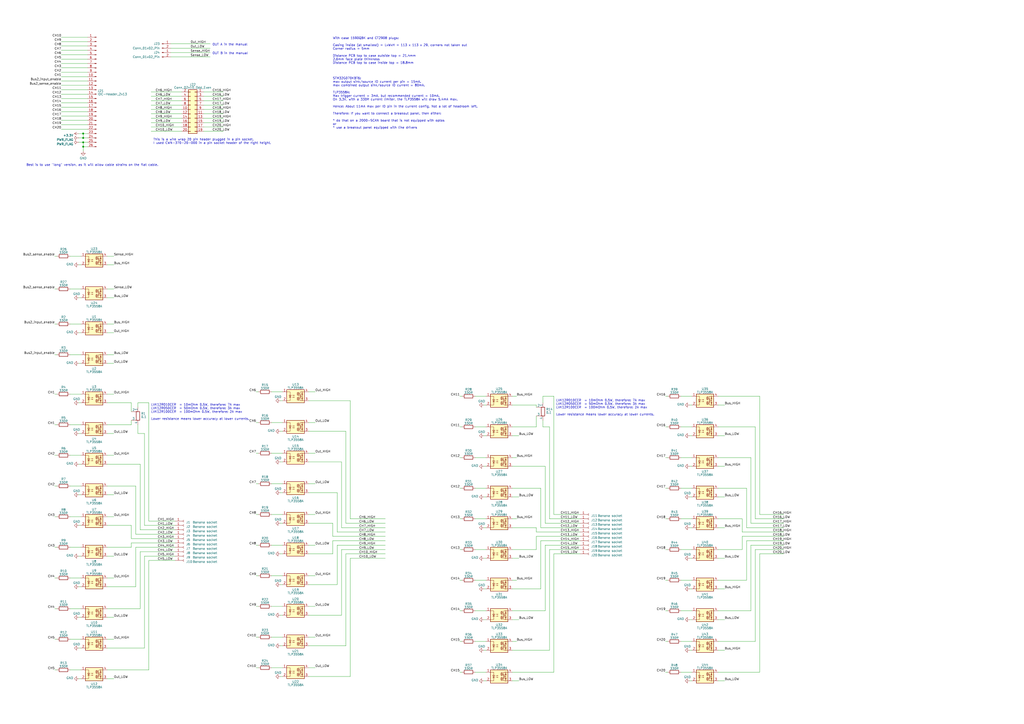
<source format=kicad_sch>
(kicad_sch (version 20230121) (generator eeschema)
  (paper "A2")
  (junction (at 48.26 77.47))
  (junction (at 48.26 85.09))
  (junction (at 48.26 80.01))
  (junction (at 48.26 82.55))
  (wire (pts (xy 81.28 269.24) (xy 81.28 307.34)))
  (wire (pts (xy 83.82 375.92) (xy 62.23 375.92)))
  (wire (pts (xy 267.97 247.65) (xy 266.7 247.65)))
  (wire (pts (xy 101.6 309.88) (xy 78.74 309.88)))
  (wire (pts (xy 281.94 359.41) (xy 280.67 359.41)))
  (wire (pts (xy 50.8 26.67) (xy 35.56 26.67)))
  (wire (pts (xy 99.06 25.4) (xy 121.92 25.4)))
  (wire (pts (xy 193.04 321.31) (xy 179.07 321.31)))
  (wire (pts (xy 46.99 335.28) (xy 40.64 335.28)))
  (wire (pts (xy 78.74 317.5) (xy 78.74 340.36)))
  (wire (pts (xy 50.8 52.07) (xy 35.56 52.07)))
  (wire (pts (xy 281.94 354.33) (xy 275.59 354.33)))
  (wire (pts (xy 45.72 82.55) (xy 48.26 82.55)))
  (wire (pts (xy 99.06 30.48) (xy 121.92 30.48)))
  (wire (pts (xy 438.15 318.77) (xy 438.15 372.11)))
  (wire (pts (xy 46.99 375.92) (xy 45.72 375.92)))
  (wire (pts (xy 198.12 306.07) (xy 223.52 306.07)))
  (wire (pts (xy 420.37 234.95) (xy 416.56 234.95)))
  (wire (pts (xy 50.8 57.15) (xy 35.56 57.15)))
  (wire (pts (xy 420.37 359.41) (xy 416.56 359.41)))
  (wire (pts (xy 101.6 312.42) (xy 76.2 312.42)))
  (wire (pts (xy 163.83 392.43) (xy 162.56 392.43)))
  (wire (pts (xy 401.32 359.41) (xy 400.05 359.41)))
  (wire (pts (xy 440.69 321.31) (xy 440.69 389.89)))
  (wire (pts (xy 62.23 246.38) (xy 76.2 246.38)))
  (wire (pts (xy 50.8 67.31) (xy 35.56 67.31)))
  (wire (pts (xy 48.26 80.01) (xy 50.8 80.01)))
  (wire (pts (xy 66.04 210.82) (xy 62.23 210.82)))
  (wire (pts (xy 46.99 172.72) (xy 45.72 172.72)))
  (wire (pts (xy 195.58 308.61) (xy 223.52 308.61)))
  (wire (pts (xy 33.02 335.28) (xy 31.75 335.28)))
  (wire (pts (xy 267.97 318.77) (xy 266.7 318.77)))
  (wire (pts (xy 193.04 311.15) (xy 193.04 303.53)))
  (wire (pts (xy 50.8 54.61) (xy 35.56 54.61)))
  (wire (pts (xy 149.86 351.79) (xy 148.59 351.79)))
  (wire (pts (xy 87.63 71.12) (xy 105.41 71.12)))
  (wire (pts (xy 76.2 312.42) (xy 76.2 304.8)))
  (wire (pts (xy 401.32 283.21) (xy 394.97 283.21)))
  (wire (pts (xy 401.32 229.87) (xy 394.97 229.87)))
  (wire (pts (xy 118.11 63.5) (xy 129.54 63.5)))
  (wire (pts (xy 46.99 167.64) (xy 40.64 167.64)))
  (wire (pts (xy 297.18 247.65) (xy 311.15 247.65)))
  (wire (pts (xy 316.23 316.23) (xy 316.23 354.33)))
  (wire (pts (xy 33.02 317.5) (xy 31.75 317.5)))
  (wire (pts (xy 281.94 394.97) (xy 280.67 394.97)))
  (wire (pts (xy 179.07 285.75) (xy 195.58 285.75)))
  (wire (pts (xy 87.63 58.42) (xy 105.41 58.42)))
  (wire (pts (xy 66.04 370.84) (xy 62.23 370.84)))
  (wire (pts (xy 163.83 267.97) (xy 162.56 267.97)))
  (wire (pts (xy 420.37 288.29) (xy 416.56 288.29)))
  (wire (pts (xy 203.2 323.85) (xy 203.2 392.43)))
  (wire (pts (xy 149.86 280.67) (xy 148.59 280.67)))
  (wire (pts (xy 50.8 46.99) (xy 35.56 46.99)))
  (wire (pts (xy 387.35 229.87) (xy 386.08 229.87)))
  (wire (pts (xy 76.2 317.5) (xy 76.2 314.96)))
  (wire (pts (xy 387.35 265.43) (xy 386.08 265.43)))
  (wire (pts (xy 101.6 320.04) (xy 81.28 320.04)))
  (wire (pts (xy 149.86 369.57) (xy 148.59 369.57)))
  (wire (pts (xy 66.04 264.16) (xy 62.23 264.16)))
  (wire (pts (xy 50.8 34.29) (xy 35.56 34.29)))
  (wire (pts (xy 401.32 341.63) (xy 400.05 341.63)))
  (wire (pts (xy 430.53 318.77) (xy 416.56 318.77)))
  (wire (pts (xy 318.77 247.65) (xy 314.96 247.65)))
  (wire (pts (xy 118.11 76.2) (xy 129.54 76.2)))
  (wire (pts (xy 118.11 73.66) (xy 129.54 73.66)))
  (wire (pts (xy 193.04 321.31) (xy 193.04 313.69)))
  (wire (pts (xy 281.94 234.95) (xy 280.67 234.95)))
  (wire (pts (xy 149.86 387.35) (xy 148.59 387.35)))
  (wire (pts (xy 182.88 387.35) (xy 179.07 387.35)))
  (wire (pts (xy 50.8 74.93) (xy 35.56 74.93)))
  (wire (pts (xy 81.28 353.06) (xy 62.23 353.06)))
  (wire (pts (xy 149.86 316.23) (xy 148.59 316.23)))
  (wire (pts (xy 435.61 316.23) (xy 454.66 316.23)))
  (wire (pts (xy 118.11 60.96) (xy 129.54 60.96)))
  (wire (pts (xy 430.53 300.99) (xy 416.56 300.99)))
  (wire (pts (xy 321.31 229.87) (xy 314.96 229.87)))
  (wire (pts (xy 66.04 148.59) (xy 62.23 148.59)))
  (wire (pts (xy 163.83 245.11) (xy 157.48 245.11)))
  (wire (pts (xy 387.35 389.89) (xy 386.08 389.89)))
  (wire (pts (xy 311.15 247.65) (xy 311.15 241.3)))
  (wire (pts (xy 438.15 247.65) (xy 416.56 247.65)))
  (wire (pts (xy 420.37 394.97) (xy 416.56 394.97)))
  (wire (pts (xy 99.06 27.94) (xy 121.92 27.94)))
  (wire (pts (xy 193.04 311.15) (xy 223.52 311.15)))
  (wire (pts (xy 66.04 193.04) (xy 62.23 193.04)))
  (wire (pts (xy 163.83 285.75) (xy 162.56 285.75)))
  (wire (pts (xy 440.69 298.45) (xy 454.66 298.45)))
  (wire (pts (xy 50.8 29.21) (xy 35.56 29.21)))
  (wire (pts (xy 83.82 251.46) (xy 83.82 304.8)))
  (wire (pts (xy 313.69 283.21) (xy 297.18 283.21)))
  (wire (pts (xy 118.11 58.42) (xy 129.54 58.42)))
  (wire (pts (xy 50.8 72.39) (xy 35.56 72.39)))
  (wire (pts (xy 203.2 232.41) (xy 179.07 232.41)))
  (wire (pts (xy 66.04 322.58) (xy 62.23 322.58)))
  (wire (pts (xy 163.83 321.31) (xy 162.56 321.31)))
  (wire (pts (xy 193.04 313.69) (xy 223.52 313.69)))
  (wire (pts (xy 182.88 369.57) (xy 179.07 369.57)))
  (wire (pts (xy 203.2 323.85) (xy 223.52 323.85)))
  (wire (pts (xy 420.37 252.73) (xy 416.56 252.73)))
  (wire (pts (xy 149.86 245.11) (xy 148.59 245.11)))
  (wire (pts (xy 46.99 370.84) (xy 40.64 370.84)))
  (wire (pts (xy 149.86 298.45) (xy 148.59 298.45)))
  (wire (pts (xy 281.94 336.55) (xy 275.59 336.55)))
  (wire (pts (xy 163.83 356.87) (xy 162.56 356.87)))
  (wire (pts (xy 46.99 210.82) (xy 45.72 210.82)))
  (wire (pts (xy 401.32 288.29) (xy 400.05 288.29)))
  (wire (pts (xy 163.83 250.19) (xy 162.56 250.19)))
  (wire (pts (xy 420.37 270.51) (xy 416.56 270.51)))
  (wire (pts (xy 430.53 311.15) (xy 454.66 311.15)))
  (wire (pts (xy 50.8 21.59) (xy 35.56 21.59)))
  (wire (pts (xy 81.28 269.24) (xy 62.23 269.24)))
  (wire (pts (xy 87.63 63.5) (xy 105.41 63.5)))
  (wire (pts (xy 313.69 341.63) (xy 297.18 341.63)))
  (wire (pts (xy 401.32 247.65) (xy 394.97 247.65)))
  (wire (pts (xy 281.94 283.21) (xy 275.59 283.21)))
  (wire (pts (xy 387.35 247.65) (xy 386.08 247.65)))
  (wire (pts (xy 267.97 283.21) (xy 266.7 283.21)))
  (wire (pts (xy 336.55 321.31) (xy 321.31 321.31)))
  (wire (pts (xy 149.86 227.33) (xy 148.59 227.33)))
  (wire (pts (xy 435.61 303.53) (xy 454.66 303.53)))
  (wire (pts (xy 86.36 233.68) (xy 80.01 233.68)))
  (wire (pts (xy 314.96 229.87) (xy 314.96 233.68)))
  (wire (pts (xy 281.94 270.51) (xy 280.67 270.51)))
  (wire (pts (xy 401.32 323.85) (xy 400.05 323.85)))
  (wire (pts (xy 182.88 227.33) (xy 179.07 227.33)))
  (wire (pts (xy 420.37 377.19) (xy 416.56 377.19)))
  (wire (pts (xy 440.69 229.87) (xy 440.69 298.45)))
  (wire (pts (xy 198.12 356.87) (xy 179.07 356.87)))
  (wire (pts (xy 336.55 306.07) (xy 313.69 306.07)))
  (wire (pts (xy 101.6 322.58) (xy 83.82 322.58)))
  (wire (pts (xy 438.15 372.11) (xy 416.56 372.11)))
  (wire (pts (xy 66.04 167.64) (xy 62.23 167.64)))
  (wire (pts (xy 311.15 306.07) (xy 297.18 306.07)))
  (wire (pts (xy 316.23 270.51) (xy 297.18 270.51)))
  (wire (pts (xy 440.69 229.87) (xy 416.56 229.87)))
  (wire (pts (xy 46.99 148.59) (xy 40.64 148.59)))
  (wire (pts (xy 433.07 313.69) (xy 433.07 336.55)))
  (wire (pts (xy 33.02 205.74) (xy 31.75 205.74)))
  (wire (pts (xy 182.88 245.11) (xy 179.07 245.11)))
  (wire (pts (xy 149.86 334.01) (xy 148.59 334.01)))
  (wire (pts (xy 45.72 77.47) (xy 48.26 77.47)))
  (wire (pts (xy 76.2 304.8) (xy 62.23 304.8)))
  (wire (pts (xy 163.83 351.79) (xy 157.48 351.79)))
  (wire (pts (xy 193.04 303.53) (xy 179.07 303.53)))
  (wire (pts (xy 281.94 377.19) (xy 280.67 377.19)))
  (wire (pts (xy 267.97 300.99) (xy 266.7 300.99)))
  (wire (pts (xy 118.11 71.12) (xy 129.54 71.12)))
  (wire (pts (xy 46.99 299.72) (xy 40.64 299.72)))
  (wire (pts (xy 46.99 246.38) (xy 40.64 246.38)))
  (wire (pts (xy 316.23 354.33) (xy 297.18 354.33)))
  (wire (pts (xy 50.8 36.83) (xy 35.56 36.83)))
  (wire (pts (xy 33.02 264.16) (xy 31.75 264.16)))
  (wire (pts (xy 401.32 372.11) (xy 394.97 372.11)))
  (wire (pts (xy 46.99 358.14) (xy 45.72 358.14)))
  (wire (pts (xy 281.94 389.89) (xy 275.59 389.89)))
  (wire (pts (xy 401.32 234.95) (xy 400.05 234.95)))
  (wire (pts (xy 401.32 394.97) (xy 400.05 394.97)))
  (wire (pts (xy 118.11 66.04) (xy 129.54 66.04)))
  (wire (pts (xy 438.15 300.99) (xy 454.66 300.99)))
  (wire (pts (xy 267.97 389.89) (xy 266.7 389.89)))
  (wire (pts (xy 48.26 85.09) (xy 48.26 87.63)))
  (wire (pts (xy 433.07 313.69) (xy 454.66 313.69)))
  (wire (pts (xy 198.12 318.77) (xy 198.12 356.87)))
  (wire (pts (xy 66.04 228.6) (xy 62.23 228.6)))
  (wire (pts (xy 281.94 300.99) (xy 275.59 300.99)))
  (wire (pts (xy 87.63 73.66) (xy 105.41 73.66)))
  (wire (pts (xy 66.04 335.28) (xy 62.23 335.28)))
  (wire (pts (xy 46.99 193.04) (xy 45.72 193.04)))
  (wire (pts (xy 66.04 358.14) (xy 62.23 358.14)))
  (wire (pts (xy 321.31 321.31) (xy 321.31 389.89)))
  (wire (pts (xy 387.35 300.99) (xy 386.08 300.99)))
  (wire (pts (xy 401.32 336.55) (xy 394.97 336.55)))
  (wire (pts (xy 316.23 270.51) (xy 316.23 303.53)))
  (wire (pts (xy 321.31 229.87) (xy 321.31 298.45)))
  (wire (pts (xy 336.55 308.61) (xy 311.15 308.61)))
  (wire (pts (xy 182.88 316.23) (xy 179.07 316.23)))
  (wire (pts (xy 401.32 270.51) (xy 400.05 270.51)))
  (wire (pts (xy 198.12 318.77) (xy 223.52 318.77)))
  (wire (pts (xy 62.23 205.74) (xy 66.04 205.74)))
  (wire (pts (xy 435.61 354.33) (xy 416.56 354.33)))
  (wire (pts (xy 66.04 393.7) (xy 62.23 393.7)))
  (wire (pts (xy 281.94 288.29) (xy 280.67 288.29)))
  (wire (pts (xy 318.77 377.19) (xy 297.18 377.19)))
  (wire (pts (xy 46.99 287.02) (xy 45.72 287.02)))
  (wire (pts (xy 311.15 236.22) (xy 311.15 234.95)))
  (wire (pts (xy 336.55 298.45) (xy 321.31 298.45)))
  (wire (pts (xy 300.99 359.41) (xy 297.18 359.41)))
  (wire (pts (xy 299.72 300.99) (xy 297.18 300.99)))
  (wire (pts (xy 33.02 187.96) (xy 31.75 187.96)))
  (wire (pts (xy 101.6 314.96) (xy 76.2 314.96)))
  (wire (pts (xy 387.35 283.21) (xy 386.08 283.21)))
  (wire (pts (xy 66.04 287.02) (xy 62.23 287.02)))
  (wire (pts (xy 87.63 60.96) (xy 105.41 60.96)))
  (wire (pts (xy 182.88 351.79) (xy 179.07 351.79)))
  (wire (pts (xy 101.6 302.26) (xy 86.36 302.26)))
  (wire (pts (xy 387.35 318.77) (xy 386.08 318.77)))
  (wire (pts (xy 299.72 265.43) (xy 297.18 265.43)))
  (wire (pts (xy 46.99 153.67) (xy 45.72 153.67)))
  (wire (pts (xy 281.94 323.85) (xy 280.67 323.85)))
  (wire (pts (xy 336.55 300.99) (xy 318.77 300.99)))
  (wire (pts (xy 87.63 55.88) (xy 105.41 55.88)))
  (wire (pts (xy 163.83 298.45) (xy 157.48 298.45)))
  (wire (pts (xy 46.99 317.5) (xy 40.64 317.5)))
  (wire (pts (xy 336.55 316.23) (xy 316.23 316.23)))
  (wire (pts (xy 62.23 233.68) (xy 76.2 233.68)))
  (wire (pts (xy 46.99 353.06) (xy 40.64 353.06)))
  (wire (pts (xy 118.11 55.88) (xy 129.54 55.88)))
  (wire (pts (xy 163.83 303.53) (xy 162.56 303.53)))
  (wire (pts (xy 80.01 233.68) (xy 80.01 236.22)))
  (wire (pts (xy 435.61 265.43) (xy 435.61 303.53)))
  (wire (pts (xy 416.56 283.21) (xy 433.07 283.21)))
  (wire (pts (xy 46.99 233.68) (xy 45.72 233.68)))
  (wire (pts (xy 200.66 321.31) (xy 200.66 374.65)))
  (wire (pts (xy 46.99 393.7) (xy 45.72 393.7)))
  (wire (pts (xy 76.2 317.5) (xy 62.23 317.5)))
  (wire (pts (xy 48.26 77.47) (xy 48.26 80.01)))
  (wire (pts (xy 336.55 311.15) (xy 311.15 311.15)))
  (wire (pts (xy 318.77 247.65) (xy 318.77 300.99)))
  (wire (pts (xy 433.07 306.07) (xy 454.66 306.07)))
  (wire (pts (xy 318.77 318.77) (xy 318.77 377.19)))
  (wire (pts (xy 430.53 308.61) (xy 454.66 308.61)))
  (wire (pts (xy 163.83 369.57) (xy 157.48 369.57)))
  (wire (pts (xy 281.94 229.87) (xy 275.59 229.87)))
  (wire (pts (xy 87.63 53.34) (xy 105.41 53.34)))
  (wire (pts (xy 200.66 321.31) (xy 223.52 321.31)))
  (wire (pts (xy 440.69 321.31) (xy 454.66 321.31)))
  (wire (pts (xy 46.99 205.74) (xy 40.64 205.74)))
  (wire (pts (xy 336.55 303.53) (xy 316.23 303.53)))
  (wire (pts (xy 46.99 251.46) (xy 45.72 251.46)))
  (wire (pts (xy 163.83 280.67) (xy 157.48 280.67)))
  (wire (pts (xy 203.2 300.99) (xy 223.52 300.99)))
  (wire (pts (xy 387.35 354.33) (xy 386.08 354.33)))
  (wire (pts (xy 46.99 304.8) (xy 45.72 304.8)))
  (wire (pts (xy 300.99 288.29) (xy 297.18 288.29)))
  (wire (pts (xy 203.2 392.43) (xy 179.07 392.43)))
  (wire (pts (xy 101.6 304.8) (xy 83.82 304.8)))
  (wire (pts (xy 33.02 353.06) (xy 31.75 353.06)))
  (wire (pts (xy 281.94 247.65) (xy 275.59 247.65)))
  (wire (pts (xy 50.8 49.53) (xy 35.56 49.53)))
  (wire (pts (xy 281.94 318.77) (xy 275.59 318.77)))
  (wire (pts (xy 62.23 153.67) (xy 66.04 153.67)))
  (wire (pts (xy 86.36 388.62) (xy 62.23 388.62)))
  (wire (pts (xy 311.15 318.77) (xy 311.15 311.15)))
  (wire (pts (xy 195.58 316.23) (xy 223.52 316.23)))
  (wire (pts (xy 163.83 374.65) (xy 162.56 374.65)))
  (wire (pts (xy 50.8 41.91) (xy 35.56 41.91)))
  (wire (pts (xy 33.02 281.94) (xy 31.75 281.94)))
  (wire (pts (xy 313.69 313.69) (xy 313.69 341.63)))
  (wire (pts (xy 321.31 389.89) (xy 297.18 389.89)))
  (wire (pts (xy 300.99 323.85) (xy 297.18 323.85)))
  (wire (pts (xy 420.37 306.07) (xy 416.56 306.07)))
  (wire (pts (xy 401.32 306.07) (xy 400.05 306.07)))
  (wire (pts (xy 50.8 24.13) (xy 35.56 24.13)))
  (wire (pts (xy 50.8 64.77) (xy 35.56 64.77)))
  (wire (pts (xy 48.26 82.55) (xy 50.8 82.55)))
  (wire (pts (xy 46.99 340.36) (xy 45.72 340.36)))
  (wire (pts (xy 46.99 322.58) (xy 45.72 322.58)))
  (wire (pts (xy 401.32 377.19) (xy 400.05 377.19)))
  (wire (pts (xy 46.99 269.24) (xy 45.72 269.24)))
  (wire (pts (xy 387.35 336.55) (xy 386.08 336.55)))
  (wire (pts (xy 86.36 325.12) (xy 86.36 388.62)))
  (wire (pts (xy 46.99 187.96) (xy 40.64 187.96)))
  (wire (pts (xy 281.94 306.07) (xy 280.67 306.07)))
  (wire (pts (xy 311.15 234.95) (xy 297.18 234.95)))
  (wire (pts (xy 48.26 85.09) (xy 50.8 85.09)))
  (wire (pts (xy 163.83 334.01) (xy 157.48 334.01)))
  (wire (pts (xy 62.23 187.96) (xy 66.04 187.96)))
  (wire (pts (xy 101.6 307.34) (xy 81.28 307.34)))
  (wire (pts (xy 200.66 374.65) (xy 179.07 374.65)))
  (wire (pts (xy 281.94 265.43) (xy 275.59 265.43)))
  (wire (pts (xy 300.99 394.97) (xy 297.18 394.97)))
  (wire (pts (xy 66.04 299.72) (xy 62.23 299.72)))
  (wire (pts (xy 195.58 339.09) (xy 179.07 339.09)))
  (wire (pts (xy 33.02 388.62) (xy 31.75 388.62)))
  (wire (pts (xy 50.8 31.75) (xy 35.56 31.75)))
  (wire (pts (xy 438.15 247.65) (xy 438.15 300.99)))
  (wire (pts (xy 267.97 229.87) (xy 266.7 229.87)))
  (wire (pts (xy 149.86 262.89) (xy 148.59 262.89)))
  (wire (pts (xy 99.06 33.02) (xy 121.92 33.02)))
  (wire (pts (xy 200.66 303.53) (xy 223.52 303.53)))
  (wire (pts (xy 45.72 80.01) (xy 48.26 80.01)))
  (wire (pts (xy 163.83 339.09) (xy 162.56 339.09)))
  (wire (pts (xy 50.8 44.45) (xy 35.56 44.45)))
  (wire (pts (xy 33.02 370.84) (xy 31.75 370.84)))
  (wire (pts (xy 33.02 246.38) (xy 31.75 246.38)))
  (wire (pts (xy 163.83 262.89) (xy 157.48 262.89)))
  (wire (pts (xy 118.11 53.34) (xy 129.54 53.34)))
  (wire (pts (xy 66.04 251.46) (xy 62.23 251.46)))
  (wire (pts (xy 83.82 322.58) (xy 83.82 375.92)))
  (wire (pts (xy 46.99 228.6) (xy 40.64 228.6)))
  (wire (pts (xy 33.02 228.6) (xy 31.75 228.6)))
  (wire (pts (xy 267.97 265.43) (xy 266.7 265.43)))
  (wire (pts (xy 281.94 252.73) (xy 280.67 252.73)))
  (wire (pts (xy 267.97 354.33) (xy 266.7 354.33)))
  (wire (pts (xy 76.2 246.38) (xy 76.2 243.84)))
  (wire (pts (xy 81.28 320.04) (xy 81.28 353.06)))
  (wire (pts (xy 300.99 252.73) (xy 297.18 252.73)))
  (wire (pts (xy 195.58 316.23) (xy 195.58 339.09)))
  (wire (pts (xy 50.8 77.47) (xy 48.26 77.47)))
  (wire (pts (xy 33.02 299.72) (xy 31.75 299.72)))
  (wire (pts (xy 433.07 336.55) (xy 416.56 336.55)))
  (wire (pts (xy 438.15 318.77) (xy 454.66 318.77)))
  (wire (pts (xy 401.32 354.33) (xy 394.97 354.33)))
  (wire (pts (xy 33.02 167.64) (xy 31.75 167.64)))
  (wire (pts (xy 281.94 341.63) (xy 280.67 341.63)))
  (wire (pts (xy 281.94 372.11) (xy 275.59 372.11)))
  (wire (pts (xy 200.66 250.19) (xy 200.66 303.53)))
  (wire (pts (xy 80.01 246.38) (xy 80.01 251.46)))
  (wire (pts (xy 401.32 300.99) (xy 394.97 300.99)))
  (wire (pts (xy 48.26 82.55) (xy 48.26 85.09)))
  (wire (pts (xy 299.72 372.11) (xy 297.18 372.11)))
  (wire (pts (xy 163.83 227.33) (xy 157.48 227.33)))
  (wire (pts (xy 182.88 280.67) (xy 179.07 280.67)))
  (wire (pts (xy 78.74 340.36) (xy 62.23 340.36)))
  (wire (pts (xy 195.58 285.75) (xy 195.58 308.61)))
  (wire (pts (xy 46.99 264.16) (xy 40.64 264.16)))
  (wire (pts (xy 311.15 308.61) (xy 311.15 306.07)))
  (wire (pts (xy 46.99 388.62) (xy 40.64 388.62)))
  (wire (pts (xy 50.8 69.85) (xy 35.56 69.85)))
  (wire (pts (xy 182.88 334.01) (xy 179.07 334.01)))
  (wire (pts (xy 420.37 341.63) (xy 416.56 341.63)))
  (wire (pts (xy 33.02 148.59) (xy 31.75 148.59)))
  (wire (pts (xy 314.96 243.84) (xy 314.96 247.65)))
  (wire (pts (xy 163.83 316.23) (xy 157.48 316.23)))
  (wire (pts (xy 387.35 372.11) (xy 386.08 372.11)))
  (wire (pts (xy 182.88 262.89) (xy 179.07 262.89)))
  (wire (pts (xy 78.74 281.94) (xy 62.23 281.94)))
  (wire (pts (xy 267.97 372.11) (xy 266.7 372.11)))
  (wire (pts (xy 101.6 325.12) (xy 86.36 325.12)))
  (wire (pts (xy 313.69 283.21) (xy 313.69 306.07)))
  (wire (pts (xy 433.07 283.21) (xy 433.07 306.07)))
  (wire (pts (xy 430.53 308.61) (xy 430.53 300.99)))
  (wire (pts (xy 200.66 250.19) (xy 179.07 250.19)))
  (wire (pts (xy 435.61 316.23) (xy 435.61 354.33)))
  (wire (pts (xy 182.88 298.45) (xy 179.07 298.45)))
  (wire (pts (xy 86.36 233.68) (xy 86.36 302.26)))
  (wire (pts (xy 299.72 229.87) (xy 297.18 229.87)))
  (wire (pts (xy 83.82 251.46) (xy 80.01 251.46)))
  (wire (pts (xy 401.32 389.89) (xy 394.97 389.89)))
  (wire (pts (xy 203.2 232.41) (xy 203.2 300.99)))
  (wire (pts (xy 401.32 252.73) (xy 400.05 252.73)))
  (wire (pts (xy 101.6 317.5) (xy 78.74 317.5)))
  (wire (pts (xy 311.15 318.77) (xy 297.18 318.77)))
  (wire (pts (xy 198.12 267.97) (xy 198.12 306.07)))
  (wire (pts (xy 87.63 66.04) (xy 105.41 66.04)))
  (wire (pts (xy 50.8 62.23) (xy 35.56 62.23)))
  (wire (pts (xy 440.69 389.89) (xy 416.56 389.89)))
  (wire (pts (xy 46.99 281.94) (xy 40.64 281.94)))
  (wire (pts (xy 62.23 172.72) (xy 66.04 172.72)))
  (wire (pts (xy 299.72 336.55) (xy 297.18 336.55)))
  (wire (pts (xy 401.32 318.77) (xy 394.97 318.77)))
  (wire (pts (xy 336.55 318.77) (xy 318.77 318.77)))
  (wire (pts (xy 163.83 387.35) (xy 157.48 387.35)))
  (wire (pts (xy 336.55 313.69) (xy 313.69 313.69)))
  (wire (pts (xy 179.07 267.97) (xy 198.12 267.97)))
  (wire (pts (xy 401.32 265.43) (xy 394.97 265.43)))
  (wire (pts (xy 430.53 318.77) (xy 430.53 311.15)))
  (wire (pts (xy 416.56 265.43) (xy 435.61 265.43)))
  (wire (pts (xy 78.74 281.94) (xy 78.74 309.88)))
  (wire (pts (xy 163.83 232.41) (xy 162.56 232.41)))
  (wire (pts (xy 87.63 76.2) (xy 105.41 76.2)))
  (wire (pts (xy 76.2 233.68) (xy 76.2 238.76)))
  (wire (pts (xy 50.8 59.69) (xy 35.56 59.69)))
  (wire (pts (xy 267.97 336.55) (xy 266.7 336.55)))
  (wire (pts (xy 118.11 68.58) (xy 129.54 68.58)))
  (wire (pts (xy 50.8 39.37) (xy 35.56 39.37)))
  (wire (pts (xy 87.63 68.58) (xy 105.41 68.58)))
  (wire (pts (xy 420.37 323.85) (xy 416.56 323.85)))
  (text "LVK12R010CER  = 10mOhm 0.5W, therefore: 7A max\nLVK12R050CER  = 50mOhm 0.5W, therefore: 3A max\nLVK12R100CER  = 100mOhm 0.5W, therefore: 2A max\n\nLower resistance means lower accuracy at lower currents." (at 322.58 241.3 0) (effects (font (size 1.27 1.27)) (justify left bottom)))
  (text "Best is to use \"long\" version, as it will allow cable strains on the flat cable." (at 15.24 96.52 0) (effects (font (size 1.27 1.27)) (justify left bottom)))
  (text "OUT B in the manual" (at 123.19 31.75 0) (effects (font (size 1.27 1.27)) (justify left bottom)))
  (text "STM32G070KBT6: \nmax output sink/source IO current per pin = 15mA.\nmax combined output sink/source IO current = 80mA.\n\nTLP3558A: \nMax trigger current = 3mA, but recommended current = 10mA.\nOn 3.3V, with a 330R current limiter, the TLP3558A will draw 5.4mA max.\n\nHence: About 11mA max per IO pin in the current config. Not a lot of headroom left.\n\nTherefore: If you want to connect a breakout panel, then either:\n\n* do that on a 2000-SCAN board that is not equipped with optos\nor\n* use a breakout panel equipped with line drivers" (at 193.04 74.93 0) (effects (font (size 1.27 1.27)) (justify left bottom)))
  (text "LVK12R010CER  = 10mOhm 0.5W, therefore: 7A max\nLVK12R050CER  = 50mOhm 0.5W, therefore: 3A max\nLVK12R100CER  = 100mOhm 0.5W, therefore: 2A max\n\nLower resistance means lower accuracy at lower currents." (at 87.63 243.84 0) (effects (font (size 1.27 1.27)) (justify left bottom)))
  (text "OUT A in the manual" (at 123.19 26.67 0) (effects (font (size 1.27 1.27)) (justify left bottom)))
  (text "With case 1590QBK and CT2908 plugs:\n\nCasing inside (at smallest) = LxWxH = 113 x 113 x 29, corners not taken out\nCorner radius = 5mm \n\nDistance PCB top to case outside top = 21.4mm\n2.6mm face plate thinkness\nDistance PCB top to case inside top = 18.8mm\n\n" (at 193.04 39.37 0) (effects (font (size 1.27 1.27)) (justify left bottom)))
  (text "This is a wire wrap 20 pin header plugged in a pin socket.\nI used CWN-370-20-000 in a pin socket header of the right height." (at 88.9 83.82 0) (effects (font (size 1.27 1.27)) (justify left bottom)))
  (label "CH10" (at 148.59 387.35 180))
  (label "Bus_LOW" (at 420.37 323.85 0))
  (label "CH8" (at 35.56 26.67 180))
  (label "CH19" (at 386.08 336.55 180))
  (label "CH3" (at 35.56 39.37 180))
  (label "Bus2_sense_enable" (at 31.75 167.64 180))
  (label "CH16_LOW" (at 448.31 300.99 0))
  (label "CH18_LOW" (at 123.19 66.04 0))
  (label "CH20" (at 35.56 74.93 180))
  (label "CH12_HIGH" (at 325.12 303.53 0))
  (label "CH12" (at 266.7 265.43 180))
  (label "CH6" (at 35.56 31.75 180))
  (label "CH7_HIGH" (at 208.28 306.07 0))
  (label "CH16" (at 386.08 229.87 180))
  (label "Out_LOW" (at 182.88 351.79 0))
  (label "CH17" (at 386.08 265.43 180))
  (label "Out_LOW" (at 110.49 27.94 0))
  (label "CH19" (at 386.08 354.33 180))
  (label "Bus_LOW" (at 300.99 288.29 0))
  (label "CH15_HIGH" (at 325.12 318.77 0))
  (label "CH15" (at 35.56 62.23 180))
  (label "Out_LOW" (at 182.88 245.11 0))
  (label "Out_LOW" (at 66.04 322.58 0))
  (label "CH7_LOW" (at 208.28 308.61 0))
  (label "CH19_LOW" (at 123.19 71.12 0))
  (label "Bus_HIGH" (at 66.04 187.96 0))
  (label "Out_HIGH" (at 66.04 228.6 0))
  (label "CH15_LOW" (at 325.12 321.31 0))
  (label "Out_HIGH" (at 110.49 25.4 0))
  (label "Out_LOW" (at 66.04 287.02 0))
  (label "Out_HIGH" (at 66.04 264.16 0))
  (label "CH9_LOW" (at 90.17 71.12 0))
  (label "CH12" (at 266.7 283.21 180))
  (label "CH11" (at 266.7 229.87 180))
  (label "Out_LOW" (at 182.88 316.23 0))
  (label "CH14_LOW" (at 325.12 316.23 0))
  (label "CH17_LOW" (at 123.19 60.96 0))
  (label "CH18_HIGH" (at 448.31 308.61 0))
  (label "CH18" (at 35.56 69.85 180))
  (label "Bus2_sense_enable" (at 35.56 49.53 180))
  (label "CH3" (at 31.75 299.72 180))
  (label "CH9_HIGH" (at 90.17 68.58 0))
  (label "CH6" (at 148.59 245.11 180))
  (label "Bus_HIGH" (at 420.37 377.19 0))
  (label "CH2_LOW" (at 91.44 309.88 0))
  (label "CH6_HIGH" (at 90.17 53.34 0))
  (label "Out_LOW" (at 182.88 280.67 0))
  (label "CH15" (at 266.7 389.89 180))
  (label "CH7" (at 148.59 280.67 180))
  (label "Bus_LOW" (at 300.99 394.97 0))
  (label "CH3_HIGH" (at 91.44 312.42 0))
  (label "CH5" (at 35.56 34.29 180))
  (label "Out_LOW" (at 66.04 393.7 0))
  (label "Bus_LOW" (at 420.37 288.29 0))
  (label "CH17_LOW" (at 448.31 306.07 0))
  (label "Bus_HIGH" (at 420.37 234.95 0))
  (label "CH9" (at 148.59 351.79 180))
  (label "Bus_LOW" (at 300.99 252.73 0))
  (label "CH17" (at 35.56 67.31 180))
  (label "CH2" (at 31.75 281.94 180))
  (label "CH12_LOW" (at 325.12 306.07 0))
  (label "CH6_HIGH" (at 208.28 300.99 0))
  (label "CH3" (at 31.75 317.5 180))
  (label "CH20_LOW" (at 448.31 321.31 0))
  (label "Bus2_input_enable" (at 35.56 46.99 180))
  (label "Out_HIGH" (at 66.04 193.04 0))
  (label "CH16_LOW" (at 123.19 55.88 0))
  (label "CH6" (at 148.59 227.33 180))
  (label "CH10" (at 35.56 21.59 180))
  (label "CH6_LOW" (at 208.28 303.53 0))
  (label "CH8_HIGH" (at 90.17 63.5 0))
  (label "Out_HIGH" (at 182.88 227.33 0))
  (label "Bus_HIGH" (at 420.37 306.07 0))
  (label "Bus_HIGH" (at 299.72 265.43 0))
  (label "Out_HIGH" (at 182.88 298.45 0))
  (label "CH10_LOW" (at 90.17 76.2 0))
  (label "CH18_HIGH" (at 123.19 63.5 0))
  (label "CH14" (at 266.7 354.33 180))
  (label "CH20_LOW" (at 123.19 76.2 0))
  (label "Out_LOW" (at 66.04 210.82 0))
  (label "CH10_LOW" (at 208.28 323.85 0))
  (label "Bus_HIGH" (at 420.37 270.51 0))
  (label "CH18" (at 386.08 318.77 180))
  (label "CH4" (at 31.75 335.28 180))
  (label "Sense_HIGH" (at 110.49 30.48 0))
  (label "CH19_HIGH" (at 448.31 313.69 0))
  (label "Sense_LOW" (at 110.49 33.02 0))
  (label "CH8" (at 148.59 316.23 180))
  (label "Bus_HIGH" (at 299.72 300.99 0))
  (label "Bus_LOW" (at 300.99 359.41 0))
  (label "Out_HIGH" (at 66.04 335.28 0))
  (label "Out_LOW" (at 66.04 251.46 0))
  (label "CH13_HIGH" (at 325.12 308.61 0))
  (label "Out_HIGH" (at 66.04 299.72 0))
  (label "CH17_HIGH" (at 123.19 58.42 0))
  (label "Out_HIGH" (at 182.88 262.89 0))
  (label "CH9_HIGH" (at 208.28 316.23 0))
  (label "CH9_LOW" (at 208.28 318.77 0))
  (label "CH4_HIGH" (at 91.44 317.5 0))
  (label "CH20" (at 386.08 389.89 180))
  (label "CH13" (at 35.56 57.15 180))
  (label "CH5_LOW" (at 91.44 325.12 0))
  (label "Bus_LOW" (at 66.04 205.74 0))
  (label "CH5_HIGH" (at 91.44 322.58 0))
  (label "CH19_HIGH" (at 123.19 68.58 0))
  (label "Out_HIGH" (at 182.88 334.01 0))
  (label "CH11_LOW" (at 325.12 300.99 0))
  (label "CH5" (at 31.75 388.62 180))
  (label "CH16" (at 386.08 247.65 180))
  (label "CH2_HIGH" (at 91.44 307.34 0))
  (label "CH7" (at 35.56 29.21 180))
  (label "CH10_HIGH" (at 208.28 321.31 0))
  (label "CH1_HIGH" (at 91.44 302.26 0))
  (label "CH2" (at 31.75 264.16 180))
  (label "CH13_LOW" (at 325.12 311.15 0))
  (label "Bus2_sense_enable" (at 31.75 148.59 180))
  (label "CH20_HIGH" (at 448.31 318.77 0))
  (label "CH14" (at 266.7 336.55 180))
  (label "CH4" (at 35.56 36.83 180))
  (label "CH18_LOW" (at 448.31 311.15 0))
  (label "CH14_HIGH" (at 325.12 313.69 0))
  (label "Bus_LOW" (at 420.37 252.73 0))
  (label "CH19_LOW" (at 448.31 316.23 0))
  (label "CH13" (at 266.7 300.99 180))
  (label "Out_HIGH" (at 182.88 369.57 0))
  (label "Bus_HIGH" (at 299.72 229.87 0))
  (label "CH3_LOW" (at 91.44 314.96 0))
  (label "CH1" (at 35.56 44.45 180))
  (label "CH4_LOW" (at 91.44 320.04 0))
  (label "CH2" (at 35.56 41.91 180))
  (label "CH13" (at 266.7 318.77 180))
  (label "CH9" (at 35.56 24.13 180))
  (label "CH7" (at 148.59 262.89 180))
  (label "CH4" (at 31.75 353.06 180))
  (label "Out_HIGH" (at 66.04 370.84 0))
  (label "Bus2_input_enable" (at 31.75 187.96 180))
  (label "CH8" (at 148.59 298.45 180))
  (label "CH15" (at 266.7 372.11 180))
  (label "CH12" (at 35.56 54.61 180))
  (label "CH11" (at 35.56 52.07 180))
  (label "CH10" (at 148.59 369.57 180))
  (label "CH5" (at 31.75 370.84 180))
  (label "CH11_HIGH" (at 325.12 298.45 0))
  (label "CH16_HIGH" (at 123.19 53.34 0))
  (label "Bus_HIGH" (at 420.37 341.63 0))
  (label "CH19" (at 35.56 72.39 180))
  (label "CH20" (at 386.08 372.11 180))
  (label "CH10_HIGH" (at 90.17 73.66 0))
  (label "CH7_HIGH" (at 90.17 58.42 0))
  (label "Bus_LOW" (at 420.37 359.41 0))
  (label "Sense_LOW" (at 66.04 167.64 0))
  (label "CH16_HIGH" (at 448.31 298.45 0))
  (label "Bus_HIGH" (at 299.72 372.11 0))
  (label "CH17" (at 386.08 283.21 180))
  (label "Bus_HIGH" (at 299.72 336.55 0))
  (label "CH1" (at 31.75 246.38 180))
  (label "CH9" (at 148.59 334.01 180))
  (label "Bus_LOW" (at 300.99 323.85 0))
  (label "CH8_HIGH" (at 208.28 311.15 0))
  (label "CH8_LOW" (at 208.28 313.69 0))
  (label "Out_LOW" (at 66.04 358.14 0))
  (label "CH11" (at 266.7 247.65 180))
  (label "Bus_LOW" (at 420.37 394.97 0))
  (label "Bus2_input_enable" (at 31.75 205.74 180))
  (label "CH14" (at 35.56 59.69 180))
  (label "CH16" (at 35.56 64.77 180))
  (label "CH6_LOW" (at 90.17 55.88 0))
  (label "CH8_LOW" (at 90.17 66.04 0))
  (label "CH7_LOW" (at 90.17 60.96 0))
  (label "CH1_LOW" (at 91.44 304.8 0))
  (label "Out_LOW" (at 182.88 387.35 0))
  (label "CH18" (at 386.08 300.99 180))
  (label "CH17_HIGH" (at 448.31 303.53 0))
  (label "CH20_HIGH" (at 123.19 73.66 0))
  (label "Bus_HIGH" (at 66.04 153.67 0))
  (label "Bus_LOW" (at 66.04 172.72 0))
  (label "CH1" (at 31.75 228.6 180))
  (label "Sense_HIGH" (at 66.04 148.59 0))
  (symbol (lib_id "Relay_SolidState:TLP222A") (at 408.94 267.97 0) (unit 1)
    (property "Reference" "U37" (at 408.94 273.5025 0))
    (property "Value" "TLP3558A" (at 408.94 275.4235 0))
    (property "Footprint" "Package_DIP:DIP-4_W7.62mm" (effects hide))
    (property "Datasheet" "https://toshiba.semicon-storage.com/info/docget.jsp?did=17036&prodName=TLP222A" (effects hide))
    (property "MFN" "Toshiba" (effects hide))
    (property "PN" "TLP3558A(F" (effects hide))
  )
  (symbol (lib_id "power:GND") (at 45.72 172.72 270) (unit 1)
    (property "Reference" "#PWR028" (effects hide))
    (property "Value" "GND" (at 44.45 170.4881 90))
  )
  (symbol (lib_id "Relay_SolidState:TLP222A") (at 54.61 391.16 0) (unit 1)
    (property "Reference" "U12" (at 54.61 396.6925 0))
    (property "Value" "TLP3558A" (at 54.61 398.6135 0))
    (property "Footprint" "Package_DIP:DIP-4_W7.62mm" (effects hide))
    (property "Datasheet" "https://toshiba.semicon-storage.com/info/docget.jsp?did=17036&prodName=TLP222A" (effects hide))
    (property "MFN" "Toshiba" (effects hide))
    (property "PN" "TLP3558A(F" (effects hide))
  )
  (symbol (lib_id "Relay_SolidState:TLP222A") (at 408.94 232.41 0) (unit 1)
    (property "Reference" "U35" (at 408.94 225.5901 0))
    (property "Value" "TLP3558A" (at 408.94 227.5111 0))
    (property "Footprint" "Package_DIP:DIP-4_W7.62mm" (effects hide))
    (property "Datasheet" "https://toshiba.semicon-storage.com/info/docget.jsp?did=17036&prodName=TLP222A" (effects hide))
    (property "MFN" "Toshiba" (effects hide))
    (property "PN" "TLP3558A(F" (effects hide))
  )
  (symbol (lib_id "Relay_SolidState:TLP222A") (at 408.94 250.19 0) (unit 1)
    (property "Reference" "U36" (at 408.94 243.3701 0))
    (property "Value" "TLP3558A" (at 408.94 245.2911 0))
    (property "Footprint" "Package_DIP:DIP-4_W7.62mm" (effects hide))
    (property "Datasheet" "https://toshiba.semicon-storage.com/info/docget.jsp?did=17036&prodName=TLP222A" (effects hide))
    (property "MFN" "Toshiba" (effects hide))
    (property "PN" "TLP3558A(F" (effects hide))
  )
  (symbol (lib_id "Device:R") (at 391.16 265.43 270) (unit 1)
    (property "Reference" "R41" (at 391.16 261.4041 90))
    (property "Value" "330R" (at 391.16 263.3251 90))
    (property "Footprint" "Resistor_SMD:R_0603_1608Metric" (effects hide))
    (property "MFN" "Vishay" (effects hide))
    (property "PN" "CRCW0603330RJNEB" (effects hide))
  )
  (symbol (lib_id "power:+3.3V") (at 45.72 77.47 90) (unit 1)
    (property "Reference" "#PWR03" (effects hide))
    (property "Value" "+3.3V" (at 42.545 77.7868 90) (effects (justify left bottom)))
  )
  (symbol (lib_id "Device:R") (at 391.16 389.89 270) (unit 1)
    (property "Reference" "R48" (at 391.16 385.8641 90))
    (property "Value" "330R" (at 391.16 387.7851 90))
    (property "Footprint" "Resistor_SMD:R_0603_1608Metric" (effects hide))
    (property "MFN" "Vishay" (effects hide))
    (property "PN" "CRCW0603330RJNEB" (effects hide))
  )
  (symbol (lib_id "Connector:Conn_01x01_Socket") (at 341.63 306.07 0) (mirror x) (unit 1)
    (property "Reference" "J14" (at 342.9 306.07 0) (effects (justify left bottom)))
    (property "Value" "Banana socket" (at 346.71 306.07 0) (effects (justify left bottom)))
    (property "Footprint" "project_specific_libs:CT2908-0" (effects hide))
  )
  (symbol (lib_id "Device:R") (at 36.83 167.64 270) (unit 1)
    (property "Reference" "R27" (at 36.83 163.6141 90))
    (property "Value" "330R" (at 36.83 165.5351 90))
    (property "Footprint" "Resistor_SMD:R_0603_1608Metric" (effects hide))
    (property "MFN" "Vishay" (effects hide))
    (property "PN" "CRCW0603330RJNEB" (effects hide))
  )
  (symbol (lib_id "power:GND") (at 162.56 250.19 270) (unit 1)
    (property "Reference" "#PWR018" (effects hide))
    (property "Value" "GND" (at 159.3851 250.5068 90) (effects (justify right bottom)))
  )
  (symbol (lib_id "Relay_SolidState:TLP222A") (at 408.94 356.87 0) (unit 1)
    (property "Reference" "U42" (at 408.94 362.4025 0))
    (property "Value" "TLP3558A" (at 408.94 364.3235 0))
    (property "Footprint" "Package_DIP:DIP-4_W7.62mm" (effects hide))
    (property "Datasheet" "https://toshiba.semicon-storage.com/info/docget.jsp?did=17036&prodName=TLP222A" (effects hide))
    (property "MFN" "Toshiba" (effects hide))
    (property "PN" "TLP3558A(F" (effects hide))
  )
  (symbol (lib_id "power:GND") (at 45.72 375.92 270) (unit 1)
    (property "Reference" "#PWR015" (effects hide))
    (property "Value" "GND" (at 44.45 373.6881 90))
  )
  (symbol (lib_id "Device:R") (at 153.67 369.57 270) (unit 1)
    (property "Reference" "R23" (at 153.67 365.5441 90))
    (property "Value" "330R" (at 153.67 367.4651 90))
    (property "Footprint" "Resistor_SMD:R_0603_1608Metric" (effects hide))
    (property "MFN" "Vishay" (effects hide))
    (property "PN" "CRCW0603330RJNEB" (effects hide))
  )
  (symbol (lib_id "power:GND") (at 162.56 374.65 270) (unit 1)
    (property "Reference" "#PWR025" (effects hide))
    (property "Value" "GND" (at 159.3851 374.9668 90) (effects (justify right bottom)))
  )
  (symbol (lib_id "Relay_SolidState:TLP222A") (at 289.56 356.87 0) (unit 1)
    (property "Reference" "U32" (at 289.56 362.4025 0))
    (property "Value" "TLP3558A" (at 289.56 364.3235 0))
    (property "Footprint" "Package_DIP:DIP-4_W7.62mm" (effects hide))
    (property "Datasheet" "https://toshiba.semicon-storage.com/info/docget.jsp?did=17036&prodName=TLP222A" (effects hide))
    (property "MFN" "Toshiba" (effects hide))
    (property "PN" "TLP3558A(F" (effects hide))
  )
  (symbol (lib_id "Connector:Conn_01x01_Socket") (at 106.68 317.5 0) (mirror x) (unit 1)
    (property "Reference" "J7" (at 107.95 317.5 0) (effects (justify left bottom)))
    (property "Value" "Banana socket" (at 111.76 317.5 0) (effects (justify left bottom)))
    (property "Footprint" "project_specific_libs:CT2908-1" (effects hide))
  )
  (symbol (lib_id "power:GND") (at 45.72 233.68 270) (unit 1)
    (property "Reference" "#PWR07" (effects hide))
    (property "Value" "GND" (at 44.45 231.4481 90))
  )
  (symbol (lib_id "Relay_SolidState:TLP222A") (at 171.45 300.99 0) (unit 1)
    (property "Reference" "U17" (at 171.45 306.5225 0))
    (property "Value" "TLP3558A" (at 171.45 308.4435 0))
    (property "Footprint" "Package_DIP:DIP-4_W7.62mm" (effects hide))
    (property "Datasheet" "https://toshiba.semicon-storage.com/info/docget.jsp?did=17036&prodName=TLP222A" (effects hide))
    (property "MFN" "Toshiba" (effects hide))
    (property "PN" "TLP3558A(F" (effects hide))
  )
  (symbol (lib_id "Relay_SolidState:TLP222A") (at 54.61 248.92 0) (unit 1)
    (property "Reference" "U4" (at 54.61 254.4525 0))
    (property "Value" "TLP3558A" (at 54.61 256.3735 0))
    (property "Footprint" "Package_DIP:DIP-4_W7.62mm" (effects hide))
    (property "Datasheet" "https://toshiba.semicon-storage.com/info/docget.jsp?did=17036&prodName=TLP222A" (effects hide))
    (property "MFN" "Toshiba" (effects hide))
    (property "PN" "TLP3558A(F" (effects hide))
  )
  (symbol (lib_id "Device:R") (at 271.78 354.33 270) (unit 1)
    (property "Reference" "R35" (at 271.78 350.3041 90))
    (property "Value" "330R" (at 271.78 352.2251 90))
    (property "Footprint" "Resistor_SMD:R_0603_1608Metric" (effects hide))
    (property "MFN" "Vishay" (effects hide))
    (property "PN" "CRCW0603330RJNEB" (effects hide))
  )
  (symbol (lib_id "Device:R") (at 271.78 318.77 270) (unit 1)
    (property "Reference" "R33" (at 271.78 314.7441 90))
    (property "Value" "330R" (at 271.78 316.6651 90))
    (property "Footprint" "Resistor_SMD:R_0603_1608Metric" (effects hide))
    (property "MFN" "Vishay" (effects hide))
    (property "PN" "CRCW0603330RJNEB" (effects hide))
  )
  (symbol (lib_id "power:GND") (at 400.05 341.63 270) (unit 1)
    (property "Reference" "#PWR045" (effects hide))
    (property "Value" "GND" (at 398.78 339.3981 90))
  )
  (symbol (lib_id "power:GND") (at 45.72 251.46 270) (unit 1)
    (property "Reference" "#PWR08" (effects hide))
    (property "Value" "GND" (at 44.45 249.2281 90))
  )
  (symbol (lib_id "power:GND") (at 45.72 358.14 270) (unit 1)
    (property "Reference" "#PWR014" (effects hide))
    (property "Value" "GND" (at 44.45 355.9081 90))
  )
  (symbol (lib_id "Connector:Conn_01x01_Socket") (at 341.63 303.53 0) (mirror x) (unit 1)
    (property "Reference" "J13" (at 342.9 303.53 0) (effects (justify left bottom)))
    (property "Value" "Banana socket" (at 346.71 303.53 0) (effects (justify left bottom)))
    (property "Footprint" "project_specific_libs:CT2908-1" (effects hide))
  )
  (symbol (lib_id "Relay_SolidState:TLP222A") (at 408.94 285.75 0) (unit 1)
    (property "Reference" "U38" (at 408.94 291.2825 0))
    (property "Value" "TLP3558A" (at 408.94 293.2035 0))
    (property "Footprint" "Package_DIP:DIP-4_W7.62mm" (effects hide))
    (property "Datasheet" "https://toshiba.semicon-storage.com/info/docget.jsp?did=17036&prodName=TLP222A" (effects hide))
    (property "MFN" "Toshiba" (effects hide))
    (property "PN" "TLP3558A(F" (effects hide))
  )
  (symbol (lib_id "power:GND") (at 280.67 359.41 270) (unit 1)
    (property "Reference" "#PWR036" (effects hide))
    (property "Value" "GND" (at 277.4951 359.7268 90) (effects (justify right bottom)))
  )
  (symbol (lib_id "Relay_SolidState:TLP222A") (at 171.45 389.89 0) (unit 1)
    (property "Reference" "U22" (at 171.45 395.4225 0))
    (property "Value" "TLP3558A" (at 171.45 397.3435 0))
    (property "Footprint" "Package_DIP:DIP-4_W7.62mm" (effects hide))
    (property "Datasheet" "https://toshiba.semicon-storage.com/info/docget.jsp?did=17036&prodName=TLP222A" (effects hide))
    (property "MFN" "Toshiba" (effects hide))
    (property "PN" "TLP3558A(F" (effects hide))
  )
  (symbol (lib_id "power:GND") (at 400.05 234.95 270) (unit 1)
    (property "Reference" "#PWR039" (effects hide))
    (property "Value" "GND" (at 396.8751 235.2668 90) (effects (justify right bottom)))
  )
  (symbol (lib_id "Device:R") (at 391.16 354.33 270) (unit 1)
    (property "Reference" "R46" (at 391.16 350.3041 90))
    (property "Value" "330R" (at 391.16 352.2251 90))
    (property "Footprint" "Resistor_SMD:R_0603_1608Metric" (effects hide))
    (property "MFN" "Vishay" (effects hide))
    (property "PN" "CRCW0603330RJNEB" (effects hide))
  )
  (symbol (lib_id "power:GND") (at 400.05 288.29 270) (unit 1)
    (property "Reference" "#PWR042" (effects hide))
    (property "Value" "GND" (at 398.78 286.0581 90))
  )
  (symbol (lib_id "Connector:Conn_01x01_Socket") (at 341.63 300.99 0) (mirror x) (unit 1)
    (property "Reference" "J12" (at 342.9 300.99 0) (effects (justify left bottom)))
    (property "Value" "Banana socket" (at 346.71 300.99 0) (effects (justify left bottom)))
    (property "Footprint" "project_specific_libs:CT2908-0" (effects hide))
  )
  (symbol (lib_id "Device:R") (at 36.83 353.06 270) (unit 1)
    (property "Reference" "R11" (at 36.83 349.0341 90))
    (property "Value" "330R" (at 36.83 350.9551 90))
    (property "Footprint" "Resistor_SMD:R_0603_1608Metric" (effects hide))
    (property "MFN" "Vishay" (effects hide))
    (property "PN" "CRCW0603330RJNEB" (effects hide))
  )
  (symbol (lib_id "Device:R") (at 36.83 388.62 270) (unit 1)
    (property "Reference" "R13" (at 36.83 384.5941 90))
    (property "Value" "330R" (at 36.83 386.5151 90))
    (property "Footprint" "Resistor_SMD:R_0603_1608Metric" (effects hide))
    (property "MFN" "Vishay" (effects hide))
    (property "PN" "CRCW0603330RJNEB" (effects hide))
  )
  (symbol (lib_id "Relay_SolidState:TLP222A") (at 54.61 284.48 0) (unit 1)
    (property "Reference" "U6" (at 54.61 290.0125 0))
    (property "Value" "TLP3558A" (at 54.61 291.9335 0))
    (property "Footprint" "Package_DIP:DIP-4_W7.62mm" (effects hide))
    (property "Datasheet" "https://toshiba.semicon-storage.com/info/docget.jsp?did=17036&prodName=TLP222A" (effects hide))
    (property "MFN" "Toshiba" (effects hide))
    (property "PN" "TLP3558A(F" (effects hide))
  )
  (symbol (lib_id "power:GND") (at 280.67 394.97 270) (unit 1)
    (property "Reference" "#PWR038" (effects hide))
    (property "Value" "GND" (at 277.4951 395.2868 90) (effects (justify right bottom)))
  )
  (symbol (lib_id "Relay_SolidState:TLP222A") (at 171.45 229.87 0) (unit 1)
    (property "Reference" "U13" (at 171.45 223.0501 0))
    (property "Value" "TLP3558A" (at 171.45 224.9711 0))
    (property "Footprint" "Package_DIP:DIP-4_W7.62mm" (effects hide))
    (property "Datasheet" "https://toshiba.semicon-storage.com/info/docget.jsp?did=17036&prodName=TLP222A" (effects hide))
    (property "MFN" "Toshiba" (effects hide))
    (property "PN" "TLP3558A(F" (effects hide))
  )
  (symbol (lib_id "Relay_SolidState:TLP222A") (at 171.45 336.55 0) (unit 1)
    (property "Reference" "U19" (at 171.45 342.0825 0))
    (property "Value" "TLP3558A" (at 171.45 344.0035 0))
    (property "Footprint" "Package_DIP:DIP-4_W7.62mm" (effects hide))
    (property "Datasheet" "https://toshiba.semicon-storage.com/info/docget.jsp?did=17036&prodName=TLP222A" (effects hide))
    (property "MFN" "Toshiba" (effects hide))
    (property "PN" "TLP3558A(F" (effects hide))
  )
  (symbol (lib_id "power:GND") (at 45.72 193.04 270) (unit 1)
    (property "Reference" "#PWR05" (effects hide))
    (property "Value" "GND" (at 42.5451 193.3568 90) (effects (justify right bottom)))
  )
  (symbol (lib_id "power:GND") (at 45.72 340.36 270) (unit 1)
    (property "Reference" "#PWR013" (effects hide))
    (property "Value" "GND" (at 44.45 338.1281 90))
  )
  (symbol (lib_id "power:GND") (at 48.26 87.63 0) (unit 1)
    (property "Reference" "#PWR04" (effects hide))
    (property "Value" "GND" (at 48.26 91.7655 0))
  )
  (symbol (lib_id "Device:R") (at 36.83 205.74 270) (unit 1)
    (property "Reference" "R3" (at 36.83 201.7141 90))
    (property "Value" "330R" (at 36.83 203.6351 90))
    (property "Footprint" "Resistor_SMD:R_0603_1608Metric" (effects hide))
    (property "MFN" "Vishay" (effects hide))
    (property "PN" "CRCW0603330RJNEB" (effects hide))
  )
  (symbol (lib_id "power:PWR_FLAG") (at 45.72 82.55 90) (unit 1)
    (property "Reference" "#FLG02" (effects hide))
    (property "Value" "PWR_FLAG" (at 42.5451 82.8668 90) (effects (justify left bottom)))
  )
  (symbol (lib_id "Connector:Conn_01x01_Socket") (at 106.68 320.04 0) (mirror x) (unit 1)
    (property "Reference" "J8" (at 107.95 320.04 0) (effects (justify left bottom)))
    (property "Value" "Banana socket" (at 111.76 320.04 0) (effects (justify left bottom)))
    (property "Footprint" "project_specific_libs:CT2908-0" (effects hide))
  )
  (symbol (lib_id "Connector:Conn_01x01_Socket") (at 341.63 321.31 0) (mirror x) (unit 1)
    (property "Reference" "J20" (at 342.9 321.31 0) (effects (justify left bottom)))
    (property "Value" "Banana socket" (at 346.71 321.31 0) (effects (justify left bottom)))
    (property "Footprint" "project_specific_libs:CT2908-0" (effects hide))
  )
  (symbol (lib_id "power:GND") (at 45.72 210.82 270) (unit 1)
    (property "Reference" "#PWR06" (effects hide))
    (property "Value" "GND" (at 42.5451 211.1368 90) (effects (justify right bottom)))
  )
  (symbol (lib_id "power:GND") (at 280.67 252.73 270) (unit 1)
    (property "Reference" "#PWR030" (effects hide))
    (property "Value" "GND" (at 279.4 250.4981 90))
  )
  (symbol (lib_id "Relay_SolidState:TLP222A") (at 171.45 283.21 0) (unit 1)
    (property "Reference" "U16" (at 171.45 288.7425 0))
    (property "Value" "TLP3558A" (at 171.45 290.6635 0))
    (property "Footprint" "Package_DIP:DIP-4_W7.62mm" (effects hide))
    (property "Datasheet" "https://toshiba.semicon-storage.com/info/docget.jsp?did=17036&prodName=TLP222A" (effects hide))
    (property "MFN" "Toshiba" (effects hide))
    (property "PN" "TLP3558A(F" (effects hide))
  )
  (symbol (lib_id "Relay_SolidState:TLP222A") (at 171.45 247.65 0) (unit 1)
    (property "Reference" "U14" (at 171.45 253.1825 0))
    (property "Value" "TLP3558A" (at 171.45 255.1035 0))
    (property "Footprint" "Package_DIP:DIP-4_W7.62mm" (effects hide))
    (property "Datasheet" "https://toshiba.semicon-storage.com/info/docget.jsp?did=17036&prodName=TLP222A" (effects hide))
    (property "MFN" "Toshiba" (effects hide))
    (property "PN" "TLP3558A(F" (effects hide))
  )
  (symbol (lib_id "power:GND") (at 280.67 234.95 270) (unit 1)
    (property "Reference" "#PWR029" (effects hide))
    (property "Value" "GND" (at 279.4 232.7181 90))
  )
  (symbol (lib_id "Device:R") (at 36.83 148.59 270) (unit 1)
    (property "Reference" "R26" (at 36.83 144.5641 90))
    (property "Value" "330R" (at 36.83 146.4851 90))
    (property "Footprint" "Resistor_SMD:R_0603_1608Metric" (effects hide))
    (property "MFN" "Vishay" (effects hide))
    (property "PN" "CRCW0603330RJNEB" (effects hide))
  )
  (symbol (lib_id "power:GND") (at 280.67 323.85 270) (unit 1)
    (property "Reference" "#PWR034" (effects hide))
    (property "Value" "GND" (at 277.4951 324.1668 90) (effects (justify right bottom)))
  )
  (symbol (lib_id "Device:R") (at 391.16 229.87 270) (unit 1)
    (property "Reference" "R39" (at 391.16 225.8441 90))
    (property "Value" "330R" (at 391.16 227.7651 90))
    (property "Footprint" "Resistor_SMD:R_0603_1608Metric" (effects hide))
    (property "MFN" "Vishay" (effects hide))
    (property "PN" "CRCW0603330RJNEB" (effects hide))
  )
  (symbol (lib_id "power:GND") (at 162.56 267.97 270) (unit 1)
    (property "Reference" "#PWR019" (effects hide))
    (property "Value" "GND" (at 161.29 265.7381 90))
  )
  (symbol (lib_id "power:GND") (at 280.67 306.07 270) (unit 1)
    (property "Reference" "#PWR033" (effects hide))
    (property "Value" "GND" (at 279.4 303.8381 90))
  )
  (symbol (lib_id "Device:R") (at 271.78 265.43 270) (unit 1)
    (property "Reference" "R30" (at 271.78 261.4041 90))
    (property "Value" "330R" (at 271.78 263.3251 90))
    (property "Footprint" "Resistor_SMD:R_0603_1608Metric" (effects hide))
    (property "MFN" "Vishay" (effects hide))
    (property "PN" "CRCW0603330RJNEB" (effects hide))
  )
  (symbol (lib_id "Device:R") (at 36.83 370.84 270) (unit 1)
    (property "Reference" "R12" (at 36.83 366.8141 90))
    (property "Value" "330R" (at 36.83 368.7351 90))
    (property "Footprint" "Resistor_SMD:R_0603_1608Metric" (effects hide))
    (property "MFN" "Vishay" (effects hide))
    (property "PN" "CRCW0603330RJNEB" (effects hide))
  )
  (symbol (lib_id "Relay_SolidState:TLP222A") (at 54.61 208.28 0) (unit 1)
    (property "Reference" "U2" (at 54.61 213.8125 0))
    (property "Value" "TLP3558A" (at 54.61 215.7335 0))
    (property "Footprint" "Package_DIP:DIP-4_W7.62mm" (effects hide))
    (property "Datasheet" "https://toshiba.semicon-storage.com/info/docget.jsp?did=17036&prodName=TLP222A" (effects hide))
    (property "MFN" "Toshiba" (effects hide))
    (property "PN" "TLP3558A(F" (effects hide))
  )
  (symbol (lib_id "power:GND") (at 45.72 304.8 270) (unit 1)
    (property "Reference" "#PWR011" (effects hide))
    (property "Value" "GND" (at 44.45 302.5681 90))
  )
  (symbol (lib_id "Device:R") (at 391.16 336.55 270) (unit 1)
    (property "Reference" "R45" (at 391.16 332.5241 90))
    (property "Value" "330R" (at 391.16 334.4451 90))
    (property "Footprint" "Resistor_SMD:R_0603_1608Metric" (effects hide))
    (property "MFN" "Vishay" (effects hide))
    (property "PN" "CRCW0603330RJNEB" (effects hide))
  )
  (symbol (lib_id "power:GND") (at 400.05 306.07 270) (unit 1)
    (property "Reference" "#PWR043" (effects hide))
    (property "Value" "GND" (at 398.78 303.8381 90))
  )
  (symbol (lib_id "Device:R") (at 36.83 299.72 270) (unit 1)
    (property "Reference" "R8" (at 36.83 295.6941 90))
    (property "Value" "330R" (at 36.83 297.6151 90))
    (property "Footprint" "Resistor_SMD:R_0603_1608Metric" (effects hide))
    (property "MFN" "Vishay" (effects hide))
    (property "PN" "CRCW0603330RJNEB" (effects hide))
  )
  (symbol (lib_id "Relay_SolidState:TLP222A") (at 289.56 303.53 0) (unit 1)
    (property "Reference" "U29" (at 289.56 296.7101 0))
    (property "Value" "TLP3558A" (at 289.56 298.6311 0))
    (property "Footprint" "Package_DIP:DIP-4_W7.62mm" (effects hide))
    (property "Datasheet" "https://toshiba.semicon-storage.com/info/docget.jsp?did=17036&prodName=TLP222A" (effects hide))
    (property "MFN" "Toshiba" (effects hide))
    (property "PN" "TLP3558A(F" (effects hide))
  )
  (symbol (lib_id "Connector:Conn_01x01_Socket") (at 106.68 302.26 0) (mirror x) (unit 1)
    (property "Reference" "J1" (at 107.95 302.26 0) (effects (justify left bottom)))
    (property "Value" "Banana socket" (at 111.76 302.26 0) (effects (justify left bottom)))
    (property "Footprint" "project_specific_libs:CT2908-1" (effects hide))
  )
  (symbol (lib_id "Relay_SolidState:TLP222A") (at 289.56 374.65 0) (unit 1)
    (property "Reference" "U33" (at 289.56 367.8301 0))
    (property "Value" "TLP3558A" (at 289.56 369.7511 0))
    (property "Footprint" "Package_DIP:DIP-4_W7.62mm" (effects hide))
    (property "Datasheet" "https://toshiba.semicon-storage.com/info/docget.jsp?did=17036&prodName=TLP222A" (effects hide))
    (property "MFN" "Toshiba" (effects hide))
    (property "PN" "TLP3558A(F" (effects hide))
  )
  (symbol (lib_id "Connector:Conn_01x01_Socket") (at 106.68 309.88 0) (mirror x) (unit 1)
    (property "Reference" "J4" (at 107.95 309.88 0) (effects (justify left bottom)))
    (property "Value" "Banana socket" (at 111.76 309.88 0) (effects (justify left bottom)))
    (property "Footprint" "project_specific_libs:CT2908-0" (effects hide))
  )
  (symbol (lib_id "Device:R") (at 153.67 245.11 270) (unit 1)
    (property "Reference" "R16" (at 153.67 241.0841 90))
    (property "Value" "330R" (at 153.67 243.0051 90))
    (property "Footprint" "Resistor_SMD:R_0603_1608Metric" (effects hide))
    (property "MFN" "Vishay" (effects hide))
    (property "PN" "CRCW0603330RJNEB" (effects hide))
  )
  (symbol (lib_id "Relay_SolidState:TLP222A") (at 289.56 285.75 0) (unit 1)
    (property "Reference" "U28" (at 289.56 291.2825 0))
    (property "Value" "TLP3558A" (at 289.56 293.2035 0))
    (property "Footprint" "Package_DIP:DIP-4_W7.62mm" (effects hide))
    (property "Datasheet" "https://toshiba.semicon-storage.com/info/docget.jsp?did=17036&prodName=TLP222A" (effects hide))
    (property "MFN" "Toshiba" (effects hide))
    (property "PN" "TLP3558A(F" (effects hide))
  )
  (symbol (lib_id "Relay_SolidState:TLP222A") (at 54.61 170.18 0) (unit 1)
    (property "Reference" "U24" (at 54.61 175.7125 0))
    (property "Value" "TLP3558A" (at 54.61 177.6335 0))
    (property "Footprint" "Package_DIP:DIP-4_W7.62mm" (effects hide))
    (property "Datasheet" "https://toshiba.semicon-storage.com/info/docget.jsp?did=17036&prodName=TLP222A" (effects hide))
    (property "MFN" "Toshiba" (effects hide))
    (property "PN" "TLP3558A(F" (effects hide))
  )
  (symbol (lib_id "Device:R") (at 271.78 300.99 270) (unit 1)
    (property "Reference" "R32" (at 271.78 296.9641 90))
    (property "Value" "330R" (at 271.78 298.8851 90))
    (property "Footprint" "Resistor_SMD:R_0603_1608Metric" (effects hide))
    (property "MFN" "Vishay" (effects hide))
    (property "PN" "CRCW0603330RJNEB" (effects hide))
  )
  (symbol (lib_id "Connector:Conn_01x01_Socket") (at 106.68 325.12 0) (mirror x) (unit 1)
    (property "Reference" "J10" (at 107.95 325.12 0) (effects (justify left bottom)))
    (property "Value" "Banana socket" (at 111.76 325.12 0) (effects (justify left bottom)))
    (property "Footprint" "project_specific_libs:CT2908-0" (effects hide))
  )
  (symbol (lib_id "Device:R") (at 391.16 247.65 270) (unit 1)
    (property "Reference" "R40" (at 391.16 243.6241 90))
    (property "Value" "330R" (at 391.16 245.5451 90))
    (property "Footprint" "Resistor_SMD:R_0603_1608Metric" (effects hide))
    (property "MFN" "Vishay" (effects hide))
    (property "PN" "CRCW0603330RJNEB" (effects hide))
  )
  (symbol (lib_id "Device:R") (at 153.67 316.23 270) (unit 1)
    (property "Reference" "R20" (at 153.67 312.2041 90))
    (property "Value" "330R" (at 153.67 314.1251 90))
    (property "Footprint" "Resistor_SMD:R_0603_1608Metric" (effects hide))
    (property "MFN" "Vishay" (effects hide))
    (property "PN" "CRCW0603330RJNEB" (effects hide))
  )
  (symbol (lib_id "Relay_SolidState:TLP222A") (at 171.45 265.43 0) (unit 1)
    (property "Reference" "U15" (at 171.45 258.6101 0))
    (property "Value" "TLP3558A" (at 171.45 260.5311 0))
    (property "Footprint" "Package_DIP:DIP-4_W7.62mm" (effects hide))
    (property "Datasheet" "https://toshiba.semicon-storage.com/info/docget.jsp?did=17036&prodName=TLP222A" (effects hide))
    (property "MFN" "Toshiba" (effects hide))
    (property "PN" "TLP3558A(F" (effects hide))
  )
  (symbol (lib_id "Device:R") (at 36.83 281.94 270) (unit 1)
    (property "Reference" "R7" (at 36.83 277.9141 90))
    (property "Value" "330R" (at 36.83 279.8351 90))
    (property "Footprint" "Resistor_SMD:R_0603_1608Metric" (effects hide))
    (property "MFN" "Vishay" (effects hide))
    (property "PN" "CRCW0603330RJNEB" (effects hide))
  )
  (symbol (lib_id "Relay_SolidState:TLP222A") (at 408.94 321.31 0) (unit 1)
    (property "Reference" "U40" (at 408.94 314.4901 0))
    (property "Value" "TLP3558A" (at 408.94 316.4111 0))
    (property "Footprint" "Package_DIP:DIP-4_W7.62mm" (effects hide))
    (property "Datasheet" "https://toshiba.semicon-storage.com/info/docget.jsp?did=17036&prodName=TLP222A" (effects hide))
    (property "MFN" "Toshiba" (effects hide))
    (property "PN" "TLP3558A(F" (effects hide))
  )
  (symbol (lib_id "power:GND") (at 162.56 392.43 270) (unit 1)
    (property "Reference" "#PWR026" (effects hide))
    (property "Value" "GND" (at 161.29 390.1981 90))
  )
  (symbol (lib_id "Device:R") (at 36.83 317.5 270) (unit 1)
    (property "Reference" "R9" (at 36.83 313.4741 90))
    (property "Value" "330R" (at 36.83 315.3951 90))
    (property "Footprint" "Resistor_SMD:R_0603_1608Metric" (effects hide))
    (property "MFN" "Vishay" (effects hide))
    (property "PN" "CRCW0603330RJNEB" (effects hide))
  )
  (symbol (lib_id "power:GND") (at 400.05 377.19 270) (unit 1)
    (property "Reference" "#PWR047" (effects hide))
    (property "Value" "GND" (at 398.78 374.9581 90))
  )
  (symbol (lib_id "power:GND") (at 400.05 323.85 270) (unit 1)
    (property "Reference" "#PWR044" (effects hide))
    (property "Value" "GND" (at 398.78 321.6181 90))
  )
  (symbol (lib_id "Device:R") (at 271.78 247.65 270) (unit 1)
    (property "Reference" "R29" (at 271.78 243.6241 90))
    (property "Value" "330R" (at 271.78 245.5451 90))
    (property "Footprint" "Resistor_SMD:R_0603_1608Metric" (effects hide))
    (property "MFN" "Vishay" (effects hide))
    (property "PN" "CRCW0603330RJNEB" (effects hide))
  )
  (symbol (lib_id "power:GND") (at 162.56 339.09 270) (unit 1)
    (property "Reference" "#PWR023" (effects hide))
    (property "Value" "GND" (at 161.29 336.8581 90))
  )
  (symbol (lib_id "Connector:Conn_01x01_Socket") (at 341.63 316.23 0) (mirror x) (unit 1)
    (property "Reference" "J18" (at 342.9 316.23 0) (effects (justify left bottom)))
    (property "Value" "Banana socket" (at 346.71 316.23 0) (effects (justify left bottom)))
    (property "Footprint" "project_specific_libs:CT2908-0" (effects hide))
  )
  (symbol (lib_id "power:GND") (at 400.05 359.41 270) (unit 1)
    (property "Reference" "#PWR046" (effects hide))
    (property "Value" "GND" (at 396.8751 359.7268 90) (effects (justify right bottom)))
  )
  (symbol (lib_id "power:GND") (at 280.67 288.29 270) (unit 1)
    (property "Reference" "#PWR032" (effects hide))
    (property "Value" "GND" (at 277.4951 288.6068 90) (effects (justify right bottom)))
  )
  (symbol (lib_id "power:GND") (at 162.56 303.53 270) (unit 1)
    (property "Reference" "#PWR021" (effects hide))
    (property "Value" "GND" (at 161.29 301.2981 90))
  )
  (symbol (lib_id "Relay_SolidState:TLP222A") (at 171.45 354.33 0) (unit 1)
    (property "Reference" "U20" (at 171.45 347.5101 0))
    (property "Value" "TLP3558A" (at 171.45 349.4311 0))
    (property "Footprint" "Package_DIP:DIP-4_W7.62mm" (effects hide))
    (property "Datasheet" "https://toshiba.semicon-storage.com/info/docget.jsp?did=17036&prodName=TLP222A" (effects hide))
    (property "MFN" "Toshiba" (effects hide))
    (property "PN" "TLP3558A(F" (effects hide))
  )
  (symbol (lib_id "Connector:Conn_01x01_Socket") (at 341.63 308.61 0) (mirror x) (unit 1)
    (property "Reference" "J15" (at 342.9 308.61 0) (effects (justify left bottom)))
    (property "Value" "Banana socket" (at 346.71 308.61 0) (effects (justify left bottom)))
    (property "Footprint" "project_specific_libs:CT2908-1" (effects hide))
  )
  (symbol (lib_id "power:GND") (at 162.56 321.31 270) (unit 1)
    (property "Reference" "#PWR022" (effects hide))
    (property "Value" "GND" (at 159.3851 321.6268 90) (effects (justify right bottom)))
  )
  (symbol (lib_id "Relay_SolidState:TLP222A") (at 289.56 339.09 0) (unit 1)
    (property "Reference" "U31" (at 289.56 344.6225 0))
    (property "Value" "TLP3558A" (at 289.56 346.5435 0))
    (property "Footprint" "Package_DIP:DIP-4_W7.62mm" (effects hide))
    (property "Datasheet" "https://toshiba.semicon-storage.com/info/docget.jsp?did=17036&prodName=TLP222A" (effects hide))
    (property "MFN" "Toshiba" (effects hide))
    (property "PN" "TLP3558A(F" (effects hide))
  )
  (symbol (lib_id "Device:R") (at 391.16 283.21 270) (unit 1)
    (property "Reference" "R42" (at 391.16 279.1841 90))
    (property "Value" "330R" (at 391.16 281.1051 90))
    (property "Footprint" "Resistor_SMD:R_0603_1608Metric" (effects hide))
    (property "MFN" "Vishay" (effects hide))
    (property "PN" "CRCW0603330RJNEB" (effects hide))
  )
  (symbol (lib_id "Device:R") (at 36.83 335.28 270) (unit 1)
    (property "Reference" "R10" (at 36.83 331.2541 90))
    (property "Value" "330R" (at 36.83 333.1751 90))
    (property "Footprint" "Resistor_SMD:R_0603_1608Metric" (effects hide))
    (property "MFN" "Vishay" (effects hide))
    (property "PN" "CRCW0603330RJNEB" (effects hide))
  )
  (symbol (lib_id "Device:R") (at 153.67 280.67 270) (unit 1)
    (property "Reference" "R18" (at 153.67 276.6441 90))
    (property "Value" "330R" (at 153.67 278.5651 90))
    (property "Footprint" "Resistor_SMD:R_0603_1608Metric" (effects hide))
    (property "MFN" "Vishay" (effects hide))
    (property "PN" "CRCW0603330RJNEB" (effects hide))
  )
  (symbol (lib_id "power:PWR_FLAG") (at 45.72 80.01 90) (unit 1)
    (property "Reference" "#FLG01" (effects hide))
    (property "Value" "PWR_FLAG" (at 42.5451 80.3268 90) (effects (justify left bottom)))
  )
  (symbol (lib_id "Device:R") (at 153.67 262.89 270) (unit 1)
    (property "Reference" "R17" (at 153.67 258.8641 90))
    (property "Value" "330R" (at 153.67 260.7851 90))
    (property "Footprint" "Resistor_SMD:R_0603_1608Metric" (effects hide))
    (property "MFN" "Vishay" (effects hide))
    (property "PN" "CRCW0603330RJNEB" (effects hide))
  )
  (symbol (lib_id "Device:R_Shunt") (at 80.01 241.3 0) (mirror y) (unit 1)
    (property "Reference" "R1" (at 81.788 240.6563 0) (effects (justify right bottom)))
    (property "Value" "0.1" (at 81.788 242.5773 0) (effects (justify right bottom)))
    (property "Footprint" "mylib:R_Shunt_Ohmite_LVK12_ALT2" (effects hide))
    (property "Datasheet" "https://www.mouser.fr/datasheet/2/303/res_lvk-3082595.pdf" (effects hide))
    (property "MFN" "Ohmite" (effects hide))
    (property "PN" "LVK12R100CER" (effects hide))
  )
  (symbol (lib_id "Device:R") (at 153.67 298.45 270) (unit 1)
    (property "Reference" "R19" (at 153.67 294.4241 90))
    (property "Value" "330R" (at 153.67 296.3451 90))
    (property "Footprint" "Resistor_SMD:R_0603_1608Metric" (effects hide))
    (property "MFN" "Vishay" (effects hide))
    (property "PN" "CRCW0603330RJNEB" (effects hide))
  )
  (symbol (lib_id "power:GND") (at 400.05 394.97 270) (unit 1)
    (property "Reference" "#PWR048" (effects hide))
    (property "Value" "GND" (at 398.78 392.7381 90))
  )
  (symbol (lib_id "Relay_SolidState:TLP222A") (at 408.94 374.65 0) (unit 1)
    (property "Reference" "U43" (at 408.94 367.8301 0))
    (property "Value" "TLP3558A" (at 408.94 369.7511 0))
    (property "Footprint" "Package_DIP:DIP-4_W7.62mm" (effects hide))
    (property "Datasheet" "https://toshiba.semicon-storage.com/info/docget.jsp?did=17036&prodName=TLP222A" (effects hide))
    (property "MFN" "Toshiba" (effects hide))
    (property "PN" "TLP3558A(F" (effects hide))
  )
  (symbol (lib_id "power:GND") (at 400.05 252.73 270) (unit 1)
    (property "Reference" "#PWR040" (effects hide))
    (property "Value" "GND" (at 396.8751 253.0468 90) (effects (justify right bottom)))
  )
  (symbol (lib_id "Relay_SolidState:TLP222A") (at 54.61 373.38 0) (unit 1)
    (property "Reference" "U11" (at 54.61 366.5601 0))
    (property "Value" "TLP3558A" (at 54.61 368.4811 0))
    (property "Footprint" "Package_DIP:DIP-4_W7.62mm" (effects hide))
    (property "Datasheet" "https://toshiba.semicon-storage.com/info/docget.jsp?did=17036&prodName=TLP222A" (effects hide))
    (property "MFN" "Toshiba" (effects hide))
    (property "PN" "TLP3558A(F" (effects hide))
  )
  (symbol (lib_id "Device:R_Shunt") (at 314.96 238.76 0) (mirror y) (unit 1)
    (property "Reference" "R14" (at 316.738 238.1163 0) (effects (justify right bottom)))
    (property "Value" "0.1" (at 316.738 240.0373 0) (effects (justify right bottom)))
    (property "Footprint" "mylib:R_Shunt_Ohmite_LVK12_ALT2" (effects hide))
    (property "Datasheet" "https://www.mouser.fr/datasheet/2/303/res_lvk-3082595.pdf" (effects hide))
    (property "MFN" "Ohmite" (effects hide))
    (property "PN" "LVK12R100CER" (effects hide))
  )
  (symbol (lib_id "Relay_SolidState:TLP222A") (at 171.45 318.77 0) (unit 1)
    (property "Reference" "U18" (at 171.45 311.9501 0))
    (property "Value" "TLP3558A" (at 171.45 313.8711 0))
    (property "Footprint" "Package_DIP:DIP-4_W7.62mm" (effects hide))
    (property "Datasheet" "https://toshiba.semicon-storage.com/info/docget.jsp?did=17036&prodName=TLP222A" (effects hide))
    (property "MFN" "Toshiba" (effects hide))
    (property "PN" "TLP3558A(F" (effects hide))
  )
  (symbol (lib_id "Connector:Conn_01x01_Socket") (at 106.68 314.96 0) (mirror x) (unit 1)
    (property "Reference" "J6" (at 107.95 314.96 0) (effects (justify left bottom)))
    (property "Value" "Banana socket" (at 111.76 314.96 0) (effects (justify left bottom)))
    (property "Footprint" "project_specific_libs:CT2908-0" (effects hide))
  )
  (symbol (lib_id "Relay_SolidState:TLP222A") (at 54.61 266.7 0) (unit 1)
    (property "Reference" "U5" (at 54.61 259.8801 0))
    (property "Value" "TLP3558A" (at 54.61 261.8011 0))
    (property "Footprint" "Package_DIP:DIP-4_W7.62mm" (effects hide))
    (property "Datasheet" "https://toshiba.semicon-storage.com/info/docget.jsp?did=17036&prodName=TLP222A" (effects hide))
    (property "MFN" "Toshiba" (effects hide))
    (property "PN" "TLP3558A(F" (effects hide))
  )
  (symbol (lib_id "power:GND") (at 400.05 270.51 270) (unit 1)
    (property "Reference" "#PWR041" (effects hide))
    (property "Value" "GND" (at 396.8751 270.8268 90) (effects (justify right bottom)))
  )
  (symbol (lib_id "power:GND") (at 45.72 393.7 270) (unit 1)
    (property "Reference" "#PWR016" (effects hide))
    (property "Value" "GND" (at 42.5451 394.0168 90) (effects (justify right bottom)))
  )
  (symbol (lib_id "Relay_SolidState:TLP222A") (at 54.61 302.26 0) (unit 1)
    (property "Reference" "U7" (at 54.61 295.4401 0))
    (property "Value" "TLP3558A" (at 54.61 297.3611 0))
    (property "Footprint" "Package_DIP:DIP-4_W7.62mm" (effects hide))
    (property "Datasheet" "https://toshiba.semicon-storage.com/info/docget.jsp?did=17036&prodName=TLP222A" (effects hide))
    (property "MFN" "Toshiba" (effects hide))
    (property "PN" "TLP3558A(F" (effects hide))
  )
  (symbol (lib_id "Relay_SolidState:TLP222A") (at 289.56 250.19 0) (unit 1)
    (property "Reference" "U26" (at 289.56 243.3701 0))
    (property "Value" "TLP3558A" (at 289.56 245.2911 0))
    (property "Footprint" "Package_DIP:DIP-4_W7.62mm" (effects hide))
    (property "Datasheet" "https://toshiba.semicon-storage.com/info/docget.jsp?did=17036&prodName=TLP222A" (effects hide))
    (property "MFN" "Toshiba" (effects hide))
    (property "PN" "TLP3558A(F" (effects hide))
  )
  (symbol (lib_id "Connector:Conn_01x01_Socket") (at 341.63 313.69 0) (mirror x) (unit 1)
    (property "Reference" "J17" (at 342.9 313.69 0) (effects (justify left bottom)))
    (property "Value" "Banana socket" (at 346.71 313.69 0) (effects (justify left bottom)))
    (property "Footprint" "project_specific_libs:CT2908-1" (effects hide))
  )
  (symbol (lib_id "Device:R") (at 391.16 372.11 270) (unit 1)
    (property "Reference" "R47" (at 391.16 368.0841 90))
    (property "Value" "330R" (at 391.16 370.0051 90))
    (property "Footprint" "Resistor_SMD:R_0603_1608Metric" (effects hide))
    (property "MFN" "Vishay" (effects hide))
    (property "PN" "CRCW0603330RJNEB" (effects hide))
  )
  (symbol (lib_id "Connector:Conn_01x01_Socket") (at 106.68 312.42 0) (mirror x) (unit 1)
    (property "Reference" "J5" (at 107.95 312.42 0) (effects (justify left bottom)))
    (property "Value" "Banana socket" (at 111.76 312.42 0) (effects (justify left bottom)))
    (property "Footprint" "project_specific_libs:CT2908-1" (effects hide))
  )
  (symbol (lib_id "Device:R") (at 391.16 300.99 270) (unit 1)
    (property "Reference" "R43" (at 391.16 296.9641 90))
    (property "Value" "330R" (at 391.16 298.8851 90))
    (property "Footprint" "Resistor_SMD:R_0603_1608Metric" (effects hide))
    (property "MFN" "Vishay" (effects hide))
    (property "PN" "CRCW0603330RJNEB" (effects hide))
  )
  (symbol (lib_id "power:GND") (at 45.72 269.24 270) (unit 1)
    (property "Reference" "#PWR09" (effects hide))
    (property "Value" "GND" (at 42.5451 269.5568 90) (effects (justify right bottom)))
  )
  (symbol (lib_id "Device:R") (at 271.78 372.11 270) (unit 1)
    (property "Reference" "R36" (at 271.78 368.0841 90))
    (property "Value" "330R" (at 271.78 370.0051 90))
    (property "Footprint" "Resistor_SMD:R_0603_1608Metric" (effects hide))
    (property "MFN" "Vishay" (effects hide))
    (property "PN" "CRCW0603330RJNEB" (effects hide))
  )
  (symbol (lib_id "Connector:Conn_01x01_Socket") (at 106.68 304.8 0) (mirror x) (unit 1)
    (property "Reference" "J2" (at 107.95 304.8 0) (effects (justify left bottom)))
    (property "Value" "Banana socket" (at 111.76 304.8 0) (effects (justify left bottom)))
    (property "Footprint" "project_specific_libs:CT2908-0" (effects hide))
  )
  (symbol (lib_id "Connector:Conn_01x02_Pin") (at 93.98 25.4 0) (unit 1)
    (property "Reference" "J23" (at 92.71 25.4 0) (effects (justify right)))
    (property "Value" "Conn_01x02_Pin" (at 92.71 27.94 0) (effects (justify right)))
    (property "Footprint" "Connector_Phoenix_MSTB:PhoenixContact_MSTBA_2,5_2-G-5,08_1x02_P5.08mm_Horizontal" (effects hide))
  )
  (symbol (lib_id "Relay_SolidState:TLP222A") (at 289.56 321.31 0) (unit 1)
    (property "Reference" "U30" (at 289.56 314.4901 0))
    (property "Value" "TLP3558A" (at 289.56 316.4111 0))
    (property "Footprint" "Package_DIP:DIP-4_W7.62mm" (effects hide))
    (property "Datasheet" "https://toshiba.semicon-storage.com/info/docget.jsp?did=17036&prodName=TLP222A" (effects hide))
    (property "MFN" "Toshiba" (effects hide))
    (property "PN" "TLP3558A(F" (effects hide))
  )
  (symbol (lib_id "Connector:Conn_01x01_Socket") (at 341.63 318.77 0) (mirror x) (unit 1)
    (property "Reference" "J19" (at 342.9 318.77 0) (effects (justify left bottom)))
    (property "Value" "Banana socket" (at 346.71 318.77 0) (effects (justify left bottom)))
    (property "Footprint" "project_specific_libs:CT2908-1" (effects hide))
  )
  (symbol (lib_id "power:GND") (at 162.56 356.87 270) (unit 1)
    (property "Reference" "#PWR024" (effects hide))
    (property "Value" "GND" (at 159.3851 357.1868 90) (effects (justify right bottom)))
  )
  (symbol (lib_id "Relay_SolidState:TLP222A") (at 54.61 337.82 0) (unit 1)
    (property "Reference" "U9" (at 54.61 331.0001 0))
    (property "Value" "TLP3558A" (at 54.61 332.9211 0))
    (property "Footprint" "Package_DIP:DIP-4_W7.62mm" (effects hide))
    (property "Datasheet" "https://toshiba.semicon-storage.com/info/docget.jsp?did=17036&prodName=TLP222A" (effects hide))
    (property "MFN" "Toshiba" (effects hide))
    (property "PN" "TLP3558A(F" (effects hide))
  )
  (symbol (lib_id "Device:R") (at 153.67 387.35 270) (unit 1)
    (property "Reference" "R24" (at 153.67 383.3241 90))
    (property "Value" "330R" (at 153.67 385.2451 90))
    (property "Footprint" "Resistor_SMD:R_0603_1608Metric" (effects hide))
    (property "MFN" "Vishay" (effects hide))
    (property "PN" "CRCW0603330RJNEB" (effects hide))
  )
  (symbol (lib_id "Device:R") (at 36.83 246.38 270) (unit 1)
    (property "Reference" "R5" (at 36.83 242.3541 90))
    (property "Value" "330R" (at 36.83 244.2751 90))
    (property "Footprint" "Resistor_SMD:R_0603_1608Metric" (effects hide))
    (property "MFN" "Vishay" (effects hide))
    (property "PN" "CRCW0603330RJNEB" (effects hide))
  )
  (symbol (lib_id "Relay_SolidState:TLP222A") (at 408.94 392.43 0) (unit 1)
    (property "Reference" "U44" (at 408.94 385.6101 0))
    (property "Value" "TLP3558A" (at 408.94 387.5311 0))
    (property "Footprint" "Package_DIP:DIP-4_W7.62mm" (effects hide))
    (property "Datasheet" "https://toshiba.semicon-storage.com/info/docget.jsp?did=17036&prodName=TLP222A" (effects hide))
    (property "MFN" "Toshiba" (effects hide))
    (property "PN" "TLP3558A(F" (effects hide))
  )
  (symbol (lib_id "Relay_SolidState:TLP222A") (at 289.56 392.43 0) (unit 1)
    (property "Reference" "U34" (at 289.56 385.6101 0))
    (property "Value" "TLP3558A" (at 289.56 387.5311 0))
    (property "Footprint" "Package_DIP:DIP-4_W7.62mm" (effects hide))
    (property "Datasheet" "https://toshiba.semicon-storage.com/info/docget.jsp?did=17036&prodName=TLP222A" (effects hide))
    (property "MFN" "Toshiba" (effects hide))
    (property "PN" "TLP3558A(F" (effects hide))
  )
  (symbol (lib_id "Relay_SolidState:TLP222A") (at 54.61 151.13 0) (unit 1)
    (property "Reference" "U23" (at 54.61 144.3101 0))
    (property "Value" "TLP3558A" (at 54.61 146.2311 0))
    (property "Footprint" "Package_DIP:DIP-4_W7.62mm" (effects hide))
    (property "Datasheet" "https://toshiba.semicon-storage.com/info/docget.jsp?did=17036&prodName=TLP222A" (effects hide))
    (property "MFN" "Toshiba" (effects hide))
    (property "PN" "TLP3558A(F" (effects hide))
  )
  (symbol (lib_id "Relay_SolidState:TLP222A") (at 289.56 267.97 0) (unit 1)
    (property "Reference" "U27" (at 289.56 273.5025 0))
    (property "Value" "TLP3558A" (at 289.56 275.4235 0))
    (property "Footprint" "Package_DIP:DIP-4_W7.62mm" (effects hide))
    (property "Datasheet" "https://toshiba.semicon-storage.com/info/docget.jsp?did=17036&prodName=TLP222A" (effects hide))
    (property "MFN" "Toshiba" (effects hide))
    (property "PN" "TLP3558A(F" (effects hide))
  )
  (symbol (lib_id "Device:R") (at 153.67 227.33 270) (unit 1)
    (property "Reference" "R15" (at 153.67 223.3041 90))
    (property "Value" "330R" (at 153.67 225.2251 90))
    (property "Footprint" "Resistor_SMD:R_0603_1608Metric" (effects hide))
    (property "MFN" "Vishay" (effects hide))
    (property "PN" "CRCW0603330RJNEB" (effects hide))
  )
  (symbol (lib_id "Device:R") (at 271.78 229.87 270) (unit 1)
    (property "Reference" "R28" (at 271.78 225.8441 90))
    (property "Value" "330R" (at 271.78 227.7651 90))
    (property "Footprint" "Resistor_SMD:R_0603_1608Metric" (effects hide))
    (property "MFN" "Vishay" (effects hide))
    (property "PN" "CRCW0603330RJNEB" (effects hide))
  )
  (symbol (lib_id "Device:R") (at 153.67 334.01 270) (unit 1)
    (property "Reference" "R21" (at 153.67 329.9841 90))
    (property "Value" "330R" (at 153.67 331.9051 90))
    (property "Footprint" "Resistor_SMD:R_0603_1608Metric" (effects hide))
    (property "MFN" "Vishay" (effects hide))
    (property "PN" "CRCW0603330RJNEB" (effects hide))
  )
  (symbol (lib_id "power:GND") (at 280.67 341.63 270) (unit 1)
    (property "Reference" "#PWR035" (effects hide))
    (property "Value" "GND" (at 279.4 339.3981 90))
  )
  (symbol (lib_id "Connector:Conn_01x01_Socket") (at 106.68 322.58 0) (mirror x) (unit 1)
    (property "Reference" "J9" (at 107.95 322.58 0) (effects (justify left bottom)))
    (property "Value" "Banana socket" (at 111.76 322.58 0) (effects (justify left bottom)))
    (property "Footprint" "project_specific_libs:CT2908-1" (effects hide))
  )
  (symbol (lib_id "Device:R") (at 271.78 336.55 270) (unit 1)
    (property "Reference" "R34" (at 271.78 332.5241 90))
    (property "Value" "330R" (at 271.78 334.4451 90))
    (property "Footprint" "Resistor_SMD:R_0603_1608Metric" (effects hide))
    (property "MFN" "Vishay" (effects hide))
    (property "PN" "CRCW0603330RJNEB" (effects hide))
  )
  (symbol (lib_id "Connector:Conn_01x01_Socket") (at 341.63 311.15 0) (mirror x) (unit 1)
    (property "Reference" "J16" (at 342.9 311.15 0) (effects (justify left bottom)))
    (property "Value" "Banana socket" (at 346.71 311.15 0) (effects (justify left bottom)))
    (property "Footprint" "project_specific_libs:CT2908-0" (effects hide))
  )
  (symbol (lib_id "Device:R") (at 391.16 318.77 270) (unit 1)
    (property "Reference" "R44" (at 391.16 314.7441 90))
    (property "Value" "330R" (at 391.16 316.6651 90))
    (property "Footprint" "Resistor_SMD:R_0603_1608Metric" (effects hide))
    (property "MFN" "Vishay" (effects hide))
    (property "PN" "CRCW0603330RJNEB" (effects hide))
  )
  (symbol (lib_id "power:GND") (at 162.56 285.75 270) (unit 1)
    (property "Reference" "#PWR020" (effects hide))
    (property "Value" "GND" (at 161.29 283.5181 90))
  )
  (symbol (lib_id "Relay_SolidState:TLP222A") (at 54.61 231.14 0) (unit 1)
    (property "Reference" "U3" (at 54.61 224.3201 0))
    (property "Value" "TLP3558A" (at 54.61 226.2411 0))
    (property "Footprint" "Package_DIP:DIP-4_W7.62mm" (effects hide))
    (property "Datasheet" "https://toshiba.semicon-storage.com/info/docget.jsp?did=17036&prodName=TLP222A" (effects hide))
    (property "MFN" "Toshiba" (effects hide))
    (property "PN" "TLP3558A(F" (effects hide))
  )
  (symbol (lib_id "Connector:Conn_01x01_Socket") (at 341.63 298.45 0) (mirror x) (unit 1)
    (property "Reference" "J11" (at 342.9 298.45 0) (effects (justify left bottom)))
    (property "Value" "Banana socket" (at 346.71 298.45 0) (effects (justify left bottom)))
    (property "Footprint" "project_specific_libs:CT2908-1" (effects hide))
  )
  (symbol (lib_id "Device:R") (at 153.67 351.79 270) (unit 1)
    (property "Reference" "R22" (at 153.67 347.7641 90))
    (property "Value" "330R" (at 153.67 349.6851 90))
    (property "Footprint" "Resistor_SMD:R_0603_1608Metric" (effects hide))
    (property "MFN" "Vishay" (effects hide))
    (property "PN" "CRCW0603330RJNEB" (effects hide))
  )
  (symbol (lib_id "Relay_SolidState:TLP222A") (at 54.61 320.04 0) (unit 1)
    (property "Reference" "U8" (at 54.61 325.5725 0))
    (property "Value" "TLP3558A" (at 54.61 327.4935 0))
    (property "Footprint" "Package_DIP:DIP-4_W7.62mm" (effects hide))
    (property "Datasheet" "https://toshiba.semicon-storage.com/info/docget.jsp?did=17036&prodName=TLP222A" (effects hide))
    (property "MFN" "Toshiba" (effects hide))
    (property "PN" "TLP3558A(F" (effects hide))
  )
  (symbol (lib_id "power:GND") (at 45.72 153.67 270) (unit 1)
    (property "Reference" "#PWR027" (effects hide))
    (property "Value" "GND" (at 42.5451 153.9868 90) (effects (justify right bottom)))
  )
  (symbol (lib_id "Relay_SolidState:TLP222A") (at 408.94 339.09 0) (unit 1)
    (property "Reference" "U41" (at 408.94 344.6225 0))
    (property "Value" "TLP3558A" (at 408.94 346.5435 0))
    (property "Footprint" "Package_DIP:DIP-4_W7.62mm" (effects hide))
    (property "Datasheet" "https://toshiba.semicon-storage.com/info/docget.jsp?did=17036&prodName=TLP222A" (effects hide))
    (property "MFN" "Toshiba" (effects hide))
    (property "PN" "TLP3558A(F" (effects hide))
  )
  (symbol (lib_id "power:GND") (at 45.72 322.58 270) (unit 1)
    (property "Reference" "#PWR012" (effects hide))
    (property "Value" "GND" (at 42.5451 322.8968 90) (effects (justify right bottom)))
  )
  (symbol (lib_id "Connector:Conn_01x26_Pin") (at 55.88 52.07 0) (mirror y) (unit 1)
    (property "Reference" "J21" (at 56.5912 52.6963 0) (effects (justify right)))
    (property "Value" "IDC-Header_2x13" (at 56.5912 54.6173 0) (effects (justify right)))
    (property "Footprint" "Connector_IDC:IDC-Header_2x13_P2.54mm_Latch_Horizontal" (effects hide))
    (property "Datasheet" "https://cdn.amphenol-cs.com/media/wysiwyg/files/documentation/datasheet/boardwiretoboard/bwb_quickie.pdf" (effects hide))
    (property "MFN" "Amphenol" (effects hide))
    (property "PN" "71922-126LF" (effects hide))
  )
  (symbol (lib_id "Connector:Conn_01x02_Pin") (at 93.98 30.48 0) (unit 1)
    (property "Reference" "J24" (at 92.71 30.48 0) (effects (justify right)))
    (property "Value" "Conn_01x02_Pin" (at 92.71 33.02 0) (effects (justify right)))
    (property "Footprint" "Connector_Phoenix_MSTB:PhoenixContact_MSTBA_2,5_2-G-5,08_1x02_P5.08mm_Horizontal" (effects hide))
  )
  (symbol (lib_id "Device:R") (at 271.78 389.89 270) (unit 1)
    (property "Reference" "R37" (at 271.78 385.8641 90))
    (property "Value" "330R" (at 271.78 387.7851 90))
    (property "Footprint" "Resistor_SMD:R_0603_1608Metric" (effects hide))
    (property "MFN" "Vishay" (effects hide))
    (property "PN" "CRCW0603330RJNEB" (effects hide))
  )
  (symbol (lib_id "Connector_Generic:Conn_02x10_Odd_Even") (at 113.03 63.5 0) (mirror y) (unit 1)
    (property "Reference" "J22" (at 111.76 49.0601 0))
    (property "Value" "Conn_02x10_Odd_Even" (at 111.76 50.8 0))
    (property "Footprint" "Connector_PinSocket_2.54mm:PinSocket_2x10_P2.54mm_Vertical" (effects hide))
  )
  (symbol (lib_id "power:GND") (at 280.67 270.51 270) (unit 1)
    (property "Reference" "#PWR031" (effects hide))
    (property "Value" "GND" (at 277.4951 270.8268 90) (effects (justify right bottom)))
  )
  (symbol (lib_id "power:GND") (at 162.56 232.41 270) (unit 1)
    (property "Reference" "#PWR017" (effects hide))
    (property "Value" "GND" (at 161.29 230.1781 90))
  )
  (symbol (lib_id "Connector:Conn_01x01_Socket") (at 106.68 307.34 0) (mirror x) (unit 1)
    (property "Reference" "J3" (at 107.95 307.34 0) (effects (justify left bottom)))
    (property "Value" "Banana socket" (at 111.76 307.34 0) (effects (justify left bottom)))
    (property "Footprint" "project_specific_libs:CT2908-1" (effects hide))
  )
  (symbol (lib_id "Device:R") (at 271.78 283.21 270) (unit 1)
    (property "Reference" "R31" (at 271.78 279.1841 90))
    (property "Value" "330R" (at 271.78 281.1051 90))
    (property "Footprint" "Resistor_SMD:R_0603_1608Metric" (effects hide))
    (property "MFN" "Vishay" (effects hide))
    (property "PN" "CRCW0603330RJNEB" (effects hide))
  )
  (symbol (lib_id "Relay_SolidState:TLP222A") (at 408.94 303.53 0) (unit 1)
    (property "Reference" "U39" (at 408.94 296.7101 0))
    (property "Value" "TLP3558A" (at 408.94 298.6311 0))
    (property "Footprint" "Package_DIP:DIP-4_W7.62mm" (effects hide))
    (property "Datasheet" "https://toshiba.semicon-storage.com/info/docget.jsp?did=17036&prodName=TLP222A" (effects hide))
    (property "MFN" "Toshiba" (effects hide))
    (property "PN" "TLP3558A(F" (effects hide))
  )
  (symbol (lib_id "power:GND") (at 280.67 377.19 270) (unit 1)
    (property "Reference" "#PWR037" (effects hide))
    (property "Value" "GND" (at 279.4 374.9581 90))
  )
  (symbol (lib_id "Device:R") (at 36.83 264.16 270) (unit 1)
    (property "Reference" "R6" (at 36.83 260.1341 90))
    (property "Value" "330R" (at 36.83 262.0551 90))
    (property "Footprint" "Resistor_SMD:R_0603_1608Metric" (effects hide))
    (property "MFN" "Vishay" (effects hide))
    (property "PN" "CRCW0603330RJNEB" (effects hide))
  )
  (symbol (lib_id "power:GND") (at 45.72 287.02 270) (unit 1)
    (property "Reference" "#PWR010" (effects hide))
    (property "Value" "GND" (at 44.45 284.7881 90))
  )
  (symbol (lib_id "Relay_SolidState:TLP222A") (at 54.61 190.5 0) (unit 1)
    (property "Reference" "U1" (at 54.61 183.6801 0))
    (property "Value" "TLP3558A" (at 54.61 185.6011 0))
    (property "Footprint" "Package_DIP:DIP-4_W7.62mm" (effects hide))
    (property "Datasheet" "https://toshiba.semicon-storage.com/info/docget.jsp?did=17036&prodName=TLP222A" (effects hide))
    (property "MFN" "Toshiba" (effects hide))
    (property "PN" "TLP3558A(F" (effects hide))
  )
  (symbol (lib_id "Relay_SolidState:TLP222A") (at 54.61 355.6 0) (unit 1)
    (property "Reference" "U10" (at 54.61 361.1325 0))
    (property "Value" "TLP3558A" (at 54.61 363.0535 0))
    (property "Footprint" "Package_DIP:DIP-4_W7.62mm" (effects hide))
    (property "Datasheet" "https://toshiba.semicon-storage.com/info/docget.jsp?did=17036&prodName=TLP222A" (effects hide))
    (property "MFN" "Toshiba" (effects hide))
    (property "PN" "TLP3558A(F" (effects hide))
  )
  (symbol (lib_id "Relay_SolidState:TLP222A") (at 289.56 232.41 0) (unit 1)
    (property "Reference" "U25" (at 289.56 225.5901 0))
    (property "Value" "TLP3558A" (at 289.56 227.5111 0))
    (property "Footprint" "Package_DIP:DIP-4_W7.62mm" (effects hide))
    (property "Datasheet" "https://toshiba.semicon-storage.com/info/docget.jsp?did=17036&prodName=TLP222A" (effects hide))
    (property "MFN" "Toshiba" (effects hide))
    (property "PN" "TLP3558A(F" (effects hide))
  )
  (symbol (lib_id "Device:R") (at 36.83 187.96 270) (unit 1)
    (property "Reference" "R2" (at 36.83 183.9341 90))
    (property "Value" "330R" (at 36.83 185.8551 90))
    (property "Footprint" "Resistor_SMD:R_0603_1608Metric" (effects hide))
    (property "MFN" "Vishay" (effects hide))
    (property "PN" "CRCW0603330RJNEB" (effects hide))
  )
  (symbol (lib_id "Device:R") (at 36.83 228.6 270) (unit 1)
    (property "Reference" "R4" (at 36.83 224.5741 90))
    (property "Value" "330R" (at 36.83 226.4951 90))
    (property "Footprint" "Resistor_SMD:R_0603_1608Metric" (effects hide))
    (property "MFN" "Vishay" (effects hide))
    (property "PN" "CRCW0603330RJNEB" (effects hide))
  )
  (symbol (lib_id "Relay_SolidState:TLP222A") (at 171.45 372.11 0) (unit 1)
    (property "Reference" "U21" (at 171.45 377.6425 0))
    (property "Value" "TLP3558A" (at 171.45 379.5635 0))
    (property "Footprint" "Package_DIP:DIP-4_W7.62mm" (effects hide))
    (property "Datasheet" "https://toshiba.semicon-storage.com/info/docget.jsp?did=17036&prodName=TLP222A" (effects hide))
    (property "MFN" "Toshiba" (effects hide))
    (property "PN" "TLP3558A(F" (effects hide))
  )
)
</source>
